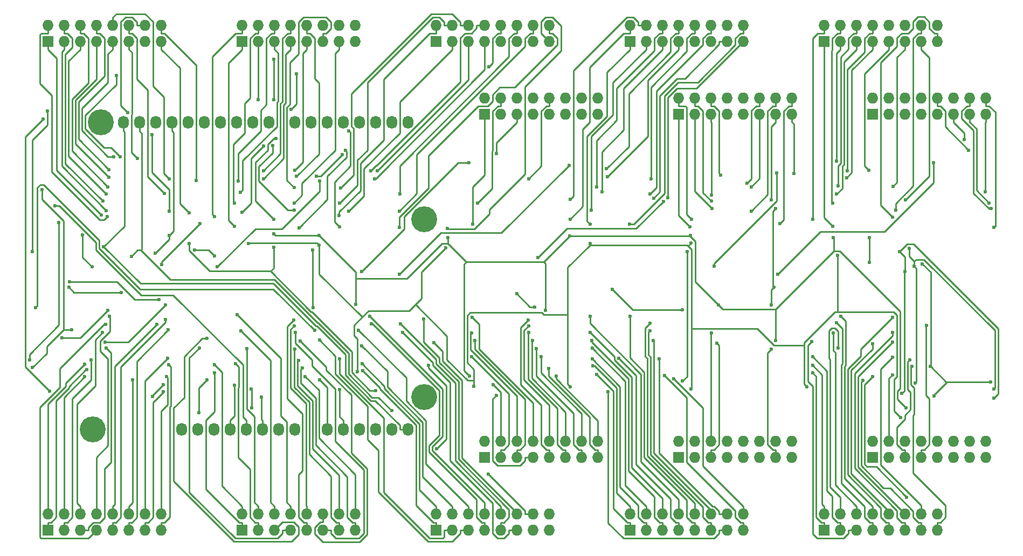
<source format=gbr>
G04 #@! TF.FileFunction,Copper,L2,Bot,Signal*
%FSLAX46Y46*%
G04 Gerber Fmt 4.6, Leading zero omitted, Abs format (unit mm)*
G04 Created by KiCad (PCBNEW 4.0.1-stable) date 2016-06-03 18:52:32*
%MOMM*%
G01*
G04 APERTURE LIST*
%ADD10C,0.100000*%
%ADD11O,1.727200X2.032000*%
%ADD12C,4.064000*%
%ADD13R,1.727200X1.727200*%
%ADD14O,1.727200X1.727200*%
%ADD15C,0.600000*%
%ADD16C,0.254000*%
G04 APERTURE END LIST*
D10*
D11*
X56388000Y-117475000D03*
X58928000Y-117475000D03*
X61468000Y-117475000D03*
X64008000Y-117475000D03*
X66548000Y-117475000D03*
X69088000Y-117475000D03*
X71628000Y-117475000D03*
X74168000Y-117475000D03*
X79248000Y-117475000D03*
X81788000Y-117475000D03*
X84328000Y-117475000D03*
X86868000Y-117475000D03*
X89408000Y-117475000D03*
X91948000Y-117475000D03*
X47244000Y-69215000D03*
X49784000Y-69215000D03*
X52324000Y-69215000D03*
X54864000Y-69215000D03*
X57404000Y-69215000D03*
X59944000Y-69215000D03*
X62484000Y-69215000D03*
X65024000Y-69215000D03*
X67564000Y-69215000D03*
X70104000Y-69215000D03*
X74168000Y-69215000D03*
X76708000Y-69215000D03*
X79248000Y-69215000D03*
X81788000Y-69215000D03*
X84328000Y-69215000D03*
X86868000Y-69215000D03*
X89408000Y-69215000D03*
X91948000Y-69215000D03*
D12*
X42418000Y-117475000D03*
X94488000Y-112395000D03*
X43688000Y-69215000D03*
X94488000Y-84455000D03*
D13*
X35433000Y-56515000D03*
D14*
X35433000Y-53975000D03*
X37973000Y-56515000D03*
X37973000Y-53975000D03*
X40513000Y-56515000D03*
X40513000Y-53975000D03*
X43053000Y-56515000D03*
X43053000Y-53975000D03*
X45593000Y-56515000D03*
X45593000Y-53975000D03*
X48133000Y-56515000D03*
X48133000Y-53975000D03*
X50673000Y-56515000D03*
X50673000Y-53975000D03*
X53213000Y-56515000D03*
X53213000Y-53975000D03*
D13*
X65913000Y-56515000D03*
D14*
X65913000Y-53975000D03*
X68453000Y-56515000D03*
X68453000Y-53975000D03*
X70993000Y-56515000D03*
X70993000Y-53975000D03*
X73533000Y-56515000D03*
X73533000Y-53975000D03*
X76073000Y-56515000D03*
X76073000Y-53975000D03*
X78613000Y-56515000D03*
X78613000Y-53975000D03*
X81153000Y-56515000D03*
X81153000Y-53975000D03*
X83693000Y-56515000D03*
X83693000Y-53975000D03*
D13*
X96393000Y-56515000D03*
D14*
X96393000Y-53975000D03*
X98933000Y-56515000D03*
X98933000Y-53975000D03*
X101473000Y-56515000D03*
X101473000Y-53975000D03*
X104013000Y-56515000D03*
X104013000Y-53975000D03*
X106553000Y-56515000D03*
X106553000Y-53975000D03*
X109093000Y-56515000D03*
X109093000Y-53975000D03*
X111633000Y-56515000D03*
X111633000Y-53975000D03*
X114173000Y-56515000D03*
X114173000Y-53975000D03*
D13*
X104013000Y-67945000D03*
D14*
X104013000Y-65405000D03*
X106553000Y-67945000D03*
X106553000Y-65405000D03*
X109093000Y-67945000D03*
X109093000Y-65405000D03*
X111633000Y-67945000D03*
X111633000Y-65405000D03*
X114173000Y-67945000D03*
X114173000Y-65405000D03*
X116713000Y-67945000D03*
X116713000Y-65405000D03*
X119253000Y-67945000D03*
X119253000Y-65405000D03*
X121793000Y-67945000D03*
X121793000Y-65405000D03*
D13*
X126873000Y-56515000D03*
D14*
X126873000Y-53975000D03*
X129413000Y-56515000D03*
X129413000Y-53975000D03*
X131953000Y-56515000D03*
X131953000Y-53975000D03*
X134493000Y-56515000D03*
X134493000Y-53975000D03*
X137033000Y-56515000D03*
X137033000Y-53975000D03*
X139573000Y-56515000D03*
X139573000Y-53975000D03*
X142113000Y-56515000D03*
X142113000Y-53975000D03*
X144653000Y-56515000D03*
X144653000Y-53975000D03*
D13*
X134493000Y-67945000D03*
D14*
X134493000Y-65405000D03*
X137033000Y-67945000D03*
X137033000Y-65405000D03*
X139573000Y-67945000D03*
X139573000Y-65405000D03*
X142113000Y-67945000D03*
X142113000Y-65405000D03*
X144653000Y-67945000D03*
X144653000Y-65405000D03*
X147193000Y-67945000D03*
X147193000Y-65405000D03*
X149733000Y-67945000D03*
X149733000Y-65405000D03*
X152273000Y-67945000D03*
X152273000Y-65405000D03*
D13*
X157353000Y-56515000D03*
D14*
X157353000Y-53975000D03*
X159893000Y-56515000D03*
X159893000Y-53975000D03*
X162433000Y-56515000D03*
X162433000Y-53975000D03*
X164973000Y-56515000D03*
X164973000Y-53975000D03*
X167513000Y-56515000D03*
X167513000Y-53975000D03*
X170053000Y-56515000D03*
X170053000Y-53975000D03*
X172593000Y-56515000D03*
X172593000Y-53975000D03*
X175133000Y-56515000D03*
X175133000Y-53975000D03*
D13*
X164973000Y-67945000D03*
D14*
X164973000Y-65405000D03*
X167513000Y-67945000D03*
X167513000Y-65405000D03*
X170053000Y-67945000D03*
X170053000Y-65405000D03*
X172593000Y-67945000D03*
X172593000Y-65405000D03*
X175133000Y-67945000D03*
X175133000Y-65405000D03*
X177673000Y-67945000D03*
X177673000Y-65405000D03*
X180213000Y-67945000D03*
X180213000Y-65405000D03*
X182753000Y-67945000D03*
X182753000Y-65405000D03*
D13*
X35433000Y-133350000D03*
D14*
X35433000Y-130810000D03*
X37973000Y-133350000D03*
X37973000Y-130810000D03*
X40513000Y-133350000D03*
X40513000Y-130810000D03*
X43053000Y-133350000D03*
X43053000Y-130810000D03*
X45593000Y-133350000D03*
X45593000Y-130810000D03*
X48133000Y-133350000D03*
X48133000Y-130810000D03*
X50673000Y-133350000D03*
X50673000Y-130810000D03*
X53213000Y-133350000D03*
X53213000Y-130810000D03*
D13*
X65913000Y-133350000D03*
D14*
X65913000Y-130810000D03*
X68453000Y-133350000D03*
X68453000Y-130810000D03*
X70993000Y-133350000D03*
X70993000Y-130810000D03*
X73533000Y-133350000D03*
X73533000Y-130810000D03*
X76073000Y-133350000D03*
X76073000Y-130810000D03*
X78613000Y-133350000D03*
X78613000Y-130810000D03*
X81153000Y-133350000D03*
X81153000Y-130810000D03*
X83693000Y-133350000D03*
X83693000Y-130810000D03*
D13*
X96393000Y-133350000D03*
D14*
X96393000Y-130810000D03*
X98933000Y-133350000D03*
X98933000Y-130810000D03*
X101473000Y-133350000D03*
X101473000Y-130810000D03*
X104013000Y-133350000D03*
X104013000Y-130810000D03*
X106553000Y-133350000D03*
X106553000Y-130810000D03*
X109093000Y-133350000D03*
X109093000Y-130810000D03*
X111633000Y-133350000D03*
X111633000Y-130810000D03*
X114173000Y-133350000D03*
X114173000Y-130810000D03*
D13*
X104013000Y-121920000D03*
D14*
X104013000Y-119380000D03*
X106553000Y-121920000D03*
X106553000Y-119380000D03*
X109093000Y-121920000D03*
X109093000Y-119380000D03*
X111633000Y-121920000D03*
X111633000Y-119380000D03*
X114173000Y-121920000D03*
X114173000Y-119380000D03*
X116713000Y-121920000D03*
X116713000Y-119380000D03*
X119253000Y-121920000D03*
X119253000Y-119380000D03*
X121793000Y-121920000D03*
X121793000Y-119380000D03*
D13*
X126873000Y-133350000D03*
D14*
X126873000Y-130810000D03*
X129413000Y-133350000D03*
X129413000Y-130810000D03*
X131953000Y-133350000D03*
X131953000Y-130810000D03*
X134493000Y-133350000D03*
X134493000Y-130810000D03*
X137033000Y-133350000D03*
X137033000Y-130810000D03*
X139573000Y-133350000D03*
X139573000Y-130810000D03*
X142113000Y-133350000D03*
X142113000Y-130810000D03*
X144653000Y-133350000D03*
X144653000Y-130810000D03*
D13*
X134493000Y-121920000D03*
D14*
X134493000Y-119380000D03*
X137033000Y-121920000D03*
X137033000Y-119380000D03*
X139573000Y-121920000D03*
X139573000Y-119380000D03*
X142113000Y-121920000D03*
X142113000Y-119380000D03*
X144653000Y-121920000D03*
X144653000Y-119380000D03*
X147193000Y-121920000D03*
X147193000Y-119380000D03*
X149733000Y-121920000D03*
X149733000Y-119380000D03*
X152273000Y-121920000D03*
X152273000Y-119380000D03*
D13*
X157353000Y-133350000D03*
D14*
X157353000Y-130810000D03*
X159893000Y-133350000D03*
X159893000Y-130810000D03*
X162433000Y-133350000D03*
X162433000Y-130810000D03*
X164973000Y-133350000D03*
X164973000Y-130810000D03*
X167513000Y-133350000D03*
X167513000Y-130810000D03*
X170053000Y-133350000D03*
X170053000Y-130810000D03*
X172593000Y-133350000D03*
X172593000Y-130810000D03*
X175133000Y-133350000D03*
X175133000Y-130810000D03*
D13*
X164973000Y-121920000D03*
D14*
X164973000Y-119380000D03*
X167513000Y-121920000D03*
X167513000Y-119380000D03*
X170053000Y-121920000D03*
X170053000Y-119380000D03*
X172593000Y-121920000D03*
X172593000Y-119380000D03*
X175133000Y-121920000D03*
X175133000Y-119380000D03*
X177673000Y-121920000D03*
X177673000Y-119380000D03*
X180213000Y-121920000D03*
X180213000Y-119380000D03*
X182753000Y-121920000D03*
X182753000Y-119380000D03*
D15*
X174057000Y-107596800D03*
X68974900Y-112385200D03*
X164485200Y-91253400D03*
X164485200Y-87367300D03*
X183492000Y-110070900D03*
X53526900Y-110443600D03*
X51843500Y-112340900D03*
X76967600Y-89269100D03*
X77051400Y-98310900D03*
X54453200Y-86995000D03*
X52249400Y-89804500D03*
X135792300Y-89537600D03*
X135073700Y-109869400D03*
X174580700Y-112209000D03*
X172753700Y-91462300D03*
X77973900Y-86995000D03*
X117417800Y-87070200D03*
X158811300Y-87307800D03*
X98221900Y-87339800D03*
X136307300Y-86995000D03*
X140774600Y-97910800D03*
X170245300Y-114101400D03*
X70867200Y-86734600D03*
X78065700Y-109727200D03*
X83763400Y-97803300D03*
X101608600Y-109090800D03*
X113580100Y-98785300D03*
X149759900Y-103556100D03*
X60426800Y-109735700D03*
X59162500Y-114867700D03*
X120557600Y-88265000D03*
X67451300Y-114110900D03*
X67369600Y-111125000D03*
X78029300Y-88491600D03*
X169357500Y-115618200D03*
X83975900Y-108386100D03*
X97924600Y-88940500D03*
X154659100Y-110801900D03*
X66945100Y-88263000D03*
X81229700Y-111227600D03*
X102283800Y-110686500D03*
X117442900Y-110793800D03*
X136468000Y-111125000D03*
X136445100Y-88211300D03*
X159471100Y-90180300D03*
X171441300Y-91868000D03*
X183991800Y-111125000D03*
X86887600Y-111364100D03*
X170719700Y-89030900D03*
X171670000Y-110164300D03*
X57576000Y-88265000D03*
X70867200Y-88842900D03*
X169215300Y-89535000D03*
X169554300Y-111848800D03*
X170078600Y-92673300D03*
X183989300Y-112572400D03*
X61602800Y-90216400D03*
X58480000Y-89263300D03*
X35690300Y-111506500D03*
X34654600Y-68690800D03*
X35341600Y-67488800D03*
X32958100Y-89518600D03*
X36488200Y-82310000D03*
X149036500Y-97916600D03*
X149735100Y-82753400D03*
X149467300Y-95096000D03*
X64703000Y-110561100D03*
X43804900Y-83794400D03*
X44722600Y-84042100D03*
X44553700Y-83098500D03*
X44021100Y-81584600D03*
X44568700Y-80481200D03*
X44839000Y-79368800D03*
X44981900Y-77882100D03*
X45021700Y-76647100D03*
X45711400Y-74626500D03*
X54431700Y-78105000D03*
X49469600Y-74894100D03*
X53677900Y-80392600D03*
X46155100Y-61840500D03*
X46739500Y-74669400D03*
X47926900Y-67662800D03*
X51722600Y-71157400D03*
X54433400Y-83185000D03*
X57630000Y-83450700D03*
X58698900Y-78342100D03*
X64672800Y-85575400D03*
X61554200Y-84011600D03*
X68453000Y-65691100D03*
X69264500Y-72950400D03*
X65898200Y-83337300D03*
X64682300Y-81915000D03*
X65651700Y-80211500D03*
X65302200Y-78469000D03*
X69246700Y-78105000D03*
X69246700Y-76835000D03*
X74223200Y-76732800D03*
X74436700Y-77731800D03*
X74077700Y-79483900D03*
X81629200Y-74335400D03*
X77562400Y-77678500D03*
X74078500Y-81915000D03*
X70856600Y-59312500D03*
X70858400Y-65643500D03*
X70695300Y-72872500D03*
X74087400Y-82996900D03*
X74457300Y-61567600D03*
X73598800Y-67205400D03*
X71250400Y-71736400D03*
X70934600Y-84455000D03*
X82180800Y-73654100D03*
X74870200Y-85790600D03*
X82694100Y-70544500D03*
X81191100Y-85659900D03*
X81160300Y-83894500D03*
X82634200Y-83185000D03*
X81209600Y-81915000D03*
X87186400Y-76827100D03*
X81403400Y-79525500D03*
X86747500Y-78105000D03*
X86134500Y-76866500D03*
X104714500Y-60529100D03*
X90665800Y-80511700D03*
X90589300Y-83185000D03*
X98163100Y-85904600D03*
X90589300Y-85761000D03*
X174565600Y-75565000D03*
X150043600Y-93140400D03*
X149869900Y-77210400D03*
X140103800Y-91850900D03*
X132094200Y-81650800D03*
X112404200Y-90456600D03*
X117269500Y-75997200D03*
X90657500Y-93126300D03*
X84735500Y-92652500D03*
X101510900Y-75565000D03*
X78071900Y-78480800D03*
X62040900Y-91912100D03*
X59270800Y-85129100D03*
X53272300Y-91590800D03*
X40855300Y-86929600D03*
X42323700Y-91950600D03*
X52819800Y-97064700D03*
X38803300Y-94259800D03*
X135104000Y-98649500D03*
X124092800Y-95486600D03*
X46940700Y-95955200D03*
X38714800Y-95157600D03*
X111863500Y-98304600D03*
X109038900Y-96190400D03*
X96503500Y-120515200D03*
X95218600Y-107387100D03*
X77298200Y-101916200D03*
X33464600Y-98344300D03*
X53916700Y-97941100D03*
X44386100Y-103807300D03*
X44847300Y-98780800D03*
X37604600Y-103090500D03*
X102163400Y-85250900D03*
X102918500Y-81915000D03*
X105852900Y-74111600D03*
X110905900Y-78105000D03*
X120553000Y-85213000D03*
X117427100Y-84455000D03*
X120787300Y-83012600D03*
X117471100Y-81330100D03*
X122438100Y-80143900D03*
X121611000Y-79375000D03*
X123306200Y-77768000D03*
X123124200Y-76530000D03*
X130156500Y-78105000D03*
X130029200Y-80454900D03*
X130553700Y-81150400D03*
X132775500Y-81101800D03*
X126813500Y-85244700D03*
X136272300Y-85691700D03*
X136481300Y-84455000D03*
X139706500Y-82749400D03*
X139609300Y-81619600D03*
X139605700Y-80645000D03*
X141084600Y-77516600D03*
X145885200Y-79375000D03*
X145203800Y-78820900D03*
X149048300Y-81461300D03*
X145882700Y-83185000D03*
X152557100Y-77276400D03*
X150389700Y-85185400D03*
X158662800Y-85541500D03*
X155537000Y-84455000D03*
X159281800Y-75360200D03*
X158664700Y-81915000D03*
X159311300Y-80523900D03*
X159500500Y-79197500D03*
X160878300Y-77920500D03*
X160982500Y-76835000D03*
X164350600Y-76739800D03*
X168155900Y-79304200D03*
X170120100Y-81422900D03*
X168608200Y-83042200D03*
X168090000Y-84160000D03*
X180051100Y-73606900D03*
X179365800Y-71922900D03*
X183282200Y-81915000D03*
X183545200Y-82813200D03*
X182683300Y-80108300D03*
X183990500Y-85778200D03*
X48506900Y-90281400D03*
X89408000Y-114549400D03*
X44182100Y-88803800D03*
X41497500Y-108100000D03*
X41177800Y-107214400D03*
X42196100Y-106591900D03*
X41214000Y-109224700D03*
X44523600Y-104675900D03*
X44002800Y-102289700D03*
X44490900Y-100992300D03*
X45045200Y-99695000D03*
X53842100Y-100241200D03*
X52502000Y-100965000D03*
X54296900Y-101863800D03*
X48672300Y-109689700D03*
X53526900Y-111568900D03*
X54210500Y-106322300D03*
X54424000Y-107315000D03*
X54035200Y-109219800D03*
X61554200Y-108632800D03*
X61553500Y-107315000D03*
X64885300Y-107197900D03*
X66676200Y-104774500D03*
X60382600Y-103195000D03*
X65702000Y-102018600D03*
X59207100Y-104673600D03*
X65111900Y-99490200D03*
X74029200Y-100283600D03*
X74103800Y-101194400D03*
X74287300Y-102239000D03*
X75049000Y-103603200D03*
X74238700Y-104914000D03*
X74808000Y-106672100D03*
X75341200Y-107795000D03*
X75806600Y-109148900D03*
X84834000Y-108248900D03*
X84745000Y-107196500D03*
X81209000Y-106358300D03*
X84703300Y-104341000D03*
X78070500Y-103473700D03*
X84200700Y-101907000D03*
X86180500Y-100878500D03*
X85961200Y-99695000D03*
X94455300Y-100152400D03*
X90807900Y-100878500D03*
X91140800Y-102235000D03*
X96069600Y-103829000D03*
X104618900Y-124516200D03*
X101948600Y-106045000D03*
X105386500Y-110467900D03*
X102488100Y-103554700D03*
X101936500Y-102294900D03*
X105853300Y-112133600D03*
X102029200Y-99870600D03*
X110861400Y-100282600D03*
X110912200Y-101198100D03*
X110920900Y-102235000D03*
X111559400Y-103555300D03*
X112117700Y-104775000D03*
X112881000Y-106045000D03*
X114115000Y-107878100D03*
X115239600Y-109081200D03*
X121621900Y-108827900D03*
X120992100Y-107495100D03*
X120916900Y-106407400D03*
X120890400Y-104724400D03*
X120868200Y-103505000D03*
X120613400Y-102235000D03*
X125090700Y-106276400D03*
X120560700Y-99695000D03*
X126839000Y-99695000D03*
X129965800Y-100825900D03*
X129955100Y-101986200D03*
X130478300Y-103555300D03*
X123416000Y-111589600D03*
X131433500Y-106386100D03*
X132289800Y-109058900D03*
X133756600Y-109534100D03*
X140517800Y-103958400D03*
X139607000Y-102319700D03*
X149013400Y-104889700D03*
X155527100Y-108585000D03*
X155541800Y-107435800D03*
X155530600Y-106045000D03*
X159525700Y-104714500D03*
X155382000Y-103710700D03*
X158799500Y-102317300D03*
X159286800Y-100752400D03*
X159942300Y-99695000D03*
X168057100Y-99872800D03*
X164932100Y-104029000D03*
X168064800Y-102263200D03*
X168068000Y-103736000D03*
X163467500Y-109755900D03*
X168067900Y-106140900D03*
X171174100Y-107603200D03*
X170323200Y-128139100D03*
X164973900Y-109173000D03*
X168074700Y-108911900D03*
X170760000Y-106551500D03*
X173392100Y-101140000D03*
X32520400Y-106532000D03*
X37147000Y-84981900D03*
X39186900Y-101858800D03*
X32967200Y-107780800D03*
X34446600Y-79771100D03*
D16*
X69088000Y-117475000D02*
X69088000Y-116077700D01*
X68974900Y-115964600D02*
X68974900Y-112385200D01*
X69088000Y-116077700D02*
X68974900Y-115964600D01*
X164485200Y-91253400D02*
X164485200Y-87367300D01*
X54864000Y-69215000D02*
X54864000Y-70612300D01*
X55114800Y-86333400D02*
X54453200Y-86995000D01*
X55114800Y-70863100D02*
X55114800Y-86333400D01*
X54864000Y-70612300D02*
X55114800Y-70863100D01*
X54453200Y-87600700D02*
X52249400Y-89804500D01*
X54453200Y-86995000D02*
X54453200Y-87600700D01*
X76967600Y-98227100D02*
X77051400Y-98310900D01*
X76967600Y-89269100D02*
X76967600Y-98227100D01*
X135792300Y-109150800D02*
X135792300Y-89537600D01*
X135073700Y-109869400D02*
X135792300Y-109150800D01*
X174098600Y-92807200D02*
X172753700Y-91462300D01*
X174098600Y-107596800D02*
X174098600Y-92807200D01*
X174098600Y-107596800D02*
X174057000Y-107596800D01*
X176594300Y-110092500D02*
X174098600Y-107596800D01*
X176615900Y-110070900D02*
X176594300Y-110092500D01*
X183492000Y-110070900D02*
X176615900Y-110070900D01*
X174580700Y-112106100D02*
X174580700Y-112209000D01*
X176594300Y-110092500D02*
X174580700Y-112106100D01*
X51843500Y-112127000D02*
X51843500Y-112340900D01*
X53526900Y-110443600D02*
X51843500Y-112127000D01*
X71127600Y-86995000D02*
X70867200Y-86734600D01*
X77973900Y-86995000D02*
X71127600Y-86995000D01*
X79248000Y-110909500D02*
X78065700Y-109727200D01*
X79248000Y-117475000D02*
X79248000Y-110909500D01*
X83763400Y-92784500D02*
X77973900Y-86995000D01*
X83763400Y-93809400D02*
X83763400Y-92784500D01*
X83763400Y-97803300D02*
X83763400Y-93809400D01*
X97334400Y-88257000D02*
X98221900Y-88257000D01*
X91782000Y-93809400D02*
X97334400Y-88257000D01*
X83763400Y-93809400D02*
X91782000Y-93809400D01*
X98221900Y-88257000D02*
X98221900Y-87339800D01*
X100742300Y-108224500D02*
X101608600Y-109090800D01*
X100742300Y-91565200D02*
X100742300Y-108224500D01*
X101136200Y-91171300D02*
X100742300Y-91565200D01*
X98221900Y-88257000D02*
X101136200Y-91171300D01*
X113580100Y-91434700D02*
X113316700Y-91171300D01*
X113580100Y-98785300D02*
X113580100Y-91434700D01*
X101136200Y-91171300D02*
X113316700Y-91171300D01*
X113316700Y-91171300D02*
X117417800Y-87070200D01*
X137126400Y-87929100D02*
X136249800Y-87052500D01*
X137126400Y-94262600D02*
X137126400Y-87929100D01*
X140774600Y-97910800D02*
X137126400Y-94262600D01*
X136232100Y-87070200D02*
X136249800Y-87052500D01*
X117417800Y-87070200D02*
X136232100Y-87070200D01*
X136249800Y-87052500D02*
X136307300Y-86995000D01*
X149759900Y-98599900D02*
X149759900Y-103556100D01*
X141463700Y-98599900D02*
X149759900Y-98599900D01*
X140774600Y-97910800D02*
X141463700Y-98599900D01*
X158896000Y-87392500D02*
X158811300Y-87307800D01*
X158896000Y-89463800D02*
X158896000Y-87392500D01*
X159790200Y-89463800D02*
X158896000Y-89463800D01*
X169269800Y-98943400D02*
X159790200Y-89463800D01*
X169269800Y-111043200D02*
X169269800Y-98943400D01*
X168873000Y-111440000D02*
X169269800Y-111043200D01*
X168873000Y-112729100D02*
X168873000Y-111440000D01*
X170245300Y-114101400D02*
X168873000Y-112729100D01*
X158896000Y-89463800D02*
X149759900Y-98599900D01*
X59162500Y-111000000D02*
X59162500Y-114867700D01*
X60426800Y-109735700D02*
X59162500Y-111000000D01*
X67451300Y-111206700D02*
X67369600Y-111125000D01*
X67451300Y-114110900D02*
X67451300Y-111206700D01*
X120557600Y-88265000D02*
X120557600Y-88543800D01*
X67057200Y-88150900D02*
X66945100Y-88263000D01*
X77688600Y-88150900D02*
X67057200Y-88150900D01*
X78029300Y-88491600D02*
X77688600Y-88150900D01*
X78029300Y-93063300D02*
X78029300Y-88491600D01*
X84784700Y-99818600D02*
X78029300Y-93063300D01*
X83470900Y-101132400D02*
X84784700Y-99818600D01*
X83470900Y-102727100D02*
X83470900Y-101132400D01*
X83975900Y-103232100D02*
X83470900Y-102727100D01*
X83975900Y-108386100D02*
X83975900Y-103232100D01*
X81229700Y-115519400D02*
X81229700Y-111227600D01*
X81788000Y-116077700D02*
X81229700Y-115519400D01*
X81788000Y-117475000D02*
X81788000Y-116077700D01*
X94132400Y-96871600D02*
X93149400Y-97854600D01*
X94132400Y-92732700D02*
X94132400Y-96871600D01*
X97924600Y-88940500D02*
X94132400Y-92732700D01*
X85765600Y-98837700D02*
X84784700Y-99818600D01*
X92166300Y-98837700D02*
X85765600Y-98837700D01*
X93149400Y-97854600D02*
X92166300Y-98837700D01*
X102283800Y-109803000D02*
X102283800Y-110686500D01*
X101345200Y-109803000D02*
X102283800Y-109803000D01*
X98112800Y-106570600D02*
X101345200Y-109803000D01*
X98112800Y-102818100D02*
X98112800Y-106570600D01*
X93149400Y-97854600D02*
X98112800Y-102818100D01*
X117060400Y-92041000D02*
X117060400Y-99466600D01*
X120557600Y-88543800D02*
X117060400Y-92041000D01*
X102301700Y-109785100D02*
X102283800Y-109803000D01*
X102301700Y-108058700D02*
X102301700Y-109785100D01*
X101254900Y-107011900D02*
X102301700Y-108058700D01*
X101254900Y-99623600D02*
X101254900Y-107011900D01*
X101732800Y-99145700D02*
X101254900Y-99623600D01*
X112977100Y-99145700D02*
X101732800Y-99145700D01*
X113298000Y-99466600D02*
X112977100Y-99145700D01*
X117060400Y-99466600D02*
X113298000Y-99466600D01*
X117060400Y-110411300D02*
X117442900Y-110793800D01*
X117060400Y-99466600D02*
X117060400Y-110411300D01*
X135974500Y-88681900D02*
X136445100Y-88211300D01*
X135836400Y-88543800D02*
X135974500Y-88681900D01*
X120557600Y-88543800D02*
X135836400Y-88543800D01*
X136538900Y-89246300D02*
X136538900Y-101627400D01*
X135974500Y-88681900D02*
X136538900Y-89246300D01*
X136538900Y-111054100D02*
X136468000Y-111125000D01*
X136538900Y-101627400D02*
X136538900Y-111054100D01*
X149487100Y-104269900D02*
X154228200Y-104269900D01*
X146844600Y-101627400D02*
X149487100Y-104269900D01*
X136538900Y-101627400D02*
X146844600Y-101627400D01*
X154228200Y-110371000D02*
X154228200Y-104269900D01*
X154659100Y-110801900D02*
X154228200Y-110371000D01*
X159471100Y-99013600D02*
X159471100Y-90180300D01*
X159040900Y-99013600D02*
X159471100Y-99013600D01*
X154228200Y-103826300D02*
X159040900Y-99013600D01*
X154228200Y-104269900D02*
X154228200Y-103826300D01*
X168364700Y-114625400D02*
X169357500Y-115618200D01*
X168364700Y-109585500D02*
X168364700Y-114625400D01*
X168756100Y-109194100D02*
X168364700Y-109585500D01*
X168756100Y-99540700D02*
X168756100Y-109194100D01*
X168229000Y-99013600D02*
X168756100Y-99540700D01*
X159471100Y-99013600D02*
X168229000Y-99013600D01*
X170719700Y-90320400D02*
X170719700Y-89030900D01*
X171509400Y-91110100D02*
X170719700Y-90320400D01*
X171441300Y-91178200D02*
X171509400Y-91110100D01*
X171441300Y-91868000D02*
X171441300Y-91178200D01*
X171856400Y-109977900D02*
X171670000Y-110164300D01*
X171856400Y-92283100D02*
X171856400Y-109977900D01*
X171441300Y-91868000D02*
X171856400Y-92283100D01*
X70867200Y-92149300D02*
X70387500Y-92629000D01*
X70867200Y-88842900D02*
X70867200Y-92149300D01*
X57576000Y-89380700D02*
X57576000Y-88265000D01*
X60824300Y-92629000D02*
X57576000Y-89380700D01*
X70387500Y-92629000D02*
X60824300Y-92629000D01*
X85974500Y-111364100D02*
X86887600Y-111364100D01*
X83148100Y-108537700D02*
X85974500Y-111364100D01*
X83148100Y-105263500D02*
X83148100Y-108537700D01*
X76876800Y-98992200D02*
X83148100Y-105263500D01*
X76750700Y-98992200D02*
X76876800Y-98992200D01*
X70387500Y-92629000D02*
X76750700Y-98992200D01*
X171838500Y-90781000D02*
X171509400Y-91110100D01*
X173035900Y-90781000D02*
X171838500Y-90781000D01*
X184173400Y-101918500D02*
X173035900Y-90781000D01*
X184173400Y-110943400D02*
X184173400Y-101918500D01*
X183991800Y-111125000D02*
X184173400Y-110943400D01*
X170078600Y-90398300D02*
X169215300Y-89535000D01*
X170078600Y-92673300D02*
X170078600Y-90398300D01*
X184681800Y-111879900D02*
X183989300Y-112572400D01*
X184681800Y-101670300D02*
X184681800Y-111879900D01*
X171355900Y-88344400D02*
X184681800Y-101670300D01*
X170405900Y-88344400D02*
X171355900Y-88344400D01*
X169215300Y-89535000D02*
X170405900Y-88344400D01*
X169928900Y-111474200D02*
X169554300Y-111848800D01*
X169928900Y-92823000D02*
X169928900Y-111474200D01*
X170078600Y-92673300D02*
X169928900Y-92823000D01*
X60649700Y-89263300D02*
X58480000Y-89263300D01*
X61602800Y-90216400D02*
X60649700Y-89263300D01*
X31839100Y-71506300D02*
X34654600Y-68690800D01*
X31839100Y-107655300D02*
X31839100Y-71506300D01*
X35690300Y-111506500D02*
X31839100Y-107655300D01*
X32958100Y-72008700D02*
X32958100Y-89518600D01*
X35341600Y-69625200D02*
X32958100Y-72008700D01*
X35341600Y-67488800D02*
X35341600Y-69625200D01*
X66548000Y-117475000D02*
X66548000Y-116077700D01*
X37199700Y-82310000D02*
X36488200Y-82310000D01*
X42970600Y-88080900D02*
X37199700Y-82310000D01*
X42970600Y-89274700D02*
X42970600Y-88080900D01*
X50079300Y-96383400D02*
X42970600Y-89274700D01*
X55097400Y-96383400D02*
X50079300Y-96383400D01*
X66032300Y-107318300D02*
X55097400Y-96383400D01*
X66032300Y-115562000D02*
X66032300Y-107318300D01*
X66548000Y-116077700D02*
X66032300Y-115562000D01*
X149036500Y-95526800D02*
X149467300Y-95096000D01*
X149036500Y-97916600D02*
X149036500Y-95526800D01*
X149271200Y-83217300D02*
X149735100Y-82753400D01*
X149271200Y-94899900D02*
X149271200Y-83217300D01*
X149467300Y-95096000D02*
X149271200Y-94899900D01*
X64703000Y-115382700D02*
X64703000Y-110561100D01*
X64008000Y-116077700D02*
X64703000Y-115382700D01*
X64008000Y-117475000D02*
X64008000Y-116077700D01*
X35433000Y-56515000D02*
X35433000Y-57759900D01*
X36806900Y-59133800D02*
X35433000Y-57759900D01*
X36806900Y-76796400D02*
X36806900Y-59133800D01*
X43804900Y-83794400D02*
X36806900Y-76796400D01*
X44252700Y-84512000D02*
X44722600Y-84042100D01*
X43559100Y-84512000D02*
X44252700Y-84512000D01*
X36050300Y-77003200D02*
X43559100Y-84512000D01*
X36050300Y-65010300D02*
X36050300Y-77003200D01*
X34188000Y-63148000D02*
X36050300Y-65010300D01*
X34188000Y-55453400D02*
X34188000Y-63148000D01*
X34421500Y-55219900D02*
X34188000Y-55453400D01*
X35433000Y-55219900D02*
X34421500Y-55219900D01*
X35433000Y-53975000D02*
X35433000Y-55219900D01*
X37973000Y-56515000D02*
X37973000Y-57759900D01*
X37580300Y-58152600D02*
X37973000Y-57759900D01*
X37580300Y-76125100D02*
X37580300Y-58152600D01*
X44553700Y-83098500D02*
X37580300Y-76125100D01*
X37973000Y-53975000D02*
X37973000Y-55219900D01*
X38163600Y-75727100D02*
X44021100Y-81584600D01*
X38163600Y-58564100D02*
X38163600Y-75727100D01*
X39243000Y-57484700D02*
X38163600Y-58564100D01*
X39243000Y-56023100D02*
X39243000Y-57484700D01*
X38439800Y-55219900D02*
X39243000Y-56023100D01*
X37973000Y-55219900D02*
X38439800Y-55219900D01*
X40513000Y-56515000D02*
X40513000Y-57759900D01*
X38671900Y-74584400D02*
X44568700Y-80481200D01*
X38671900Y-59601000D02*
X38671900Y-74584400D01*
X40513000Y-57759900D02*
X38671900Y-59601000D01*
X40513000Y-53975000D02*
X40513000Y-55219900D01*
X39220800Y-73750600D02*
X44839000Y-79368800D01*
X39220800Y-65575900D02*
X39220800Y-73750600D01*
X41783000Y-63013700D02*
X39220800Y-65575900D01*
X41783000Y-56023100D02*
X41783000Y-63013700D01*
X40979800Y-55219900D02*
X41783000Y-56023100D01*
X40513000Y-55219900D02*
X40979800Y-55219900D01*
X39729100Y-72629300D02*
X44981900Y-77882100D01*
X39729100Y-65786400D02*
X39729100Y-72629300D01*
X43053000Y-62462500D02*
X39729100Y-65786400D01*
X43053000Y-56515000D02*
X43053000Y-62462500D01*
X40237400Y-71862800D02*
X45021700Y-76647100D01*
X40237400Y-65997100D02*
X40237400Y-71862800D01*
X44323000Y-61911500D02*
X40237400Y-65997100D01*
X44323000Y-56023100D02*
X44323000Y-61911500D01*
X43519800Y-55219900D02*
X44323000Y-56023100D01*
X43053000Y-55219900D02*
X43519800Y-55219900D01*
X43053000Y-53975000D02*
X43053000Y-55219900D01*
X45593000Y-56515000D02*
X45593000Y-57759900D01*
X44858900Y-74626500D02*
X45711400Y-74626500D01*
X40745700Y-70513300D02*
X44858900Y-74626500D01*
X40745700Y-67057000D02*
X40745700Y-70513300D01*
X44848300Y-62954400D02*
X40745700Y-67057000D01*
X44848300Y-58504600D02*
X44848300Y-62954400D01*
X45593000Y-57759900D02*
X44848300Y-58504600D01*
X45593000Y-53975000D02*
X45593000Y-52730100D01*
X53619000Y-77292300D02*
X54431700Y-78105000D01*
X53619000Y-65213400D02*
X53619000Y-77292300D01*
X51943000Y-63537400D02*
X53619000Y-65213400D01*
X51943000Y-53422700D02*
X51943000Y-63537400D01*
X50701100Y-52180800D02*
X51943000Y-53422700D01*
X46142300Y-52180800D02*
X50701100Y-52180800D01*
X45593000Y-52730100D02*
X46142300Y-52180800D01*
X48133000Y-56515000D02*
X48133000Y-57759900D01*
X48608200Y-58235100D02*
X48133000Y-57759900D01*
X48608200Y-67945000D02*
X48608200Y-58235100D01*
X48522900Y-68030300D02*
X48608200Y-67945000D01*
X48522900Y-73947400D02*
X48522900Y-68030300D01*
X49469600Y-74894100D02*
X48522900Y-73947400D01*
X48133000Y-53975000D02*
X48133000Y-55219900D01*
X51041300Y-77756000D02*
X53677900Y-80392600D01*
X51041300Y-64155100D02*
X51041300Y-77756000D01*
X49377900Y-62491700D02*
X51041300Y-64155100D01*
X49377900Y-55997900D02*
X49377900Y-62491700D01*
X48599900Y-55219900D02*
X49377900Y-55997900D01*
X48133000Y-55219900D02*
X48599900Y-55219900D01*
X46155100Y-63266600D02*
X46155100Y-61840500D01*
X41254100Y-68167600D02*
X46155100Y-63266600D01*
X41254100Y-70230900D02*
X41254100Y-68167600D01*
X44259600Y-73236400D02*
X41254100Y-70230900D01*
X45306500Y-73236400D02*
X44259600Y-73236400D01*
X46739500Y-74669400D02*
X45306500Y-73236400D01*
X50673000Y-53975000D02*
X49428100Y-53975000D01*
X46863000Y-66598900D02*
X47926900Y-67662800D01*
X46863000Y-53431100D02*
X46863000Y-66598900D01*
X47579900Y-52714200D02*
X46863000Y-53431100D01*
X48634100Y-52714200D02*
X47579900Y-52714200D01*
X49428100Y-53508200D02*
X48634100Y-52714200D01*
X49428100Y-53975000D02*
X49428100Y-53508200D01*
X51722600Y-77120700D02*
X51722600Y-71157400D01*
X54433400Y-79831500D02*
X51722600Y-77120700D01*
X54433400Y-83185000D02*
X54433400Y-79831500D01*
X56159000Y-81979700D02*
X57630000Y-83450700D01*
X56159000Y-60705900D02*
X56159000Y-81979700D01*
X53213000Y-57759900D02*
X56159000Y-60705900D01*
X53213000Y-56515000D02*
X53213000Y-57759900D01*
X58698900Y-60239000D02*
X58698900Y-78342100D01*
X53679800Y-55219900D02*
X58698900Y-60239000D01*
X53213000Y-55219900D02*
X53679800Y-55219900D01*
X53213000Y-53975000D02*
X53213000Y-55219900D01*
X63754000Y-84656600D02*
X64672800Y-85575400D01*
X63754000Y-59918900D02*
X63754000Y-84656600D01*
X65913000Y-57759900D02*
X63754000Y-59918900D01*
X65913000Y-56515000D02*
X65913000Y-57759900D01*
X61214000Y-83671400D02*
X61554200Y-84011600D01*
X61214000Y-58907400D02*
X61214000Y-83671400D01*
X64901500Y-55219900D02*
X61214000Y-58907400D01*
X65913000Y-55219900D02*
X64901500Y-55219900D01*
X65913000Y-53975000D02*
X65913000Y-55219900D01*
X68453000Y-56515000D02*
X68453000Y-65691100D01*
X67347400Y-74867500D02*
X69264500Y-72950400D01*
X67347400Y-81888100D02*
X67347400Y-74867500D01*
X65898200Y-83337300D02*
X67347400Y-81888100D01*
X68453000Y-53975000D02*
X68453000Y-55219900D01*
X64580600Y-81813300D02*
X64682300Y-81915000D01*
X64580600Y-72676300D02*
X64580600Y-81813300D01*
X66294000Y-70962900D02*
X64580600Y-72676300D01*
X66294000Y-66295400D02*
X66294000Y-70962900D01*
X67208100Y-65381300D02*
X66294000Y-66295400D01*
X67208100Y-55997900D02*
X67208100Y-65381300D01*
X67986100Y-55219900D02*
X67208100Y-55997900D01*
X68453000Y-55219900D02*
X67986100Y-55219900D01*
X70993000Y-56515000D02*
X70993000Y-57759900D01*
X71556400Y-58323300D02*
X70993000Y-57759900D01*
X71556400Y-65909000D02*
X71556400Y-58323300D01*
X71368500Y-66096900D02*
X71556400Y-65909000D01*
X71368500Y-69882400D02*
X71368500Y-66096900D01*
X66023800Y-75227100D02*
X71368500Y-69882400D01*
X66023800Y-79839400D02*
X66023800Y-75227100D01*
X65651700Y-80211500D02*
X66023800Y-79839400D01*
X65302200Y-74144200D02*
X65302200Y-78469000D01*
X68834000Y-70612400D02*
X65302200Y-74144200D01*
X68834000Y-67349800D02*
X68834000Y-70612400D01*
X69748100Y-66435700D02*
X68834000Y-67349800D01*
X69748100Y-55997900D02*
X69748100Y-66435700D01*
X70526100Y-55219900D02*
X69748100Y-55997900D01*
X70993000Y-55219900D02*
X70526100Y-55219900D01*
X70993000Y-53975000D02*
X70993000Y-55219900D01*
X73533000Y-56515000D02*
X73533000Y-57759900D01*
X72762200Y-58530700D02*
X73533000Y-57759900D01*
X72762200Y-66140800D02*
X72762200Y-58530700D01*
X72385200Y-66517800D02*
X72762200Y-66140800D01*
X72385200Y-71188900D02*
X72385200Y-66517800D01*
X72440000Y-71243700D02*
X72385200Y-71188900D01*
X72440000Y-74911700D02*
X72440000Y-71243700D01*
X69246700Y-78105000D02*
X72440000Y-74911700D01*
X73533000Y-53975000D02*
X73533000Y-55219900D01*
X73066100Y-55219900D02*
X73533000Y-55219900D01*
X72253900Y-56032100D02*
X73066100Y-55219900D01*
X72253900Y-65930300D02*
X72253900Y-56032100D01*
X71876900Y-66307300D02*
X72253900Y-65930300D01*
X71876900Y-71399400D02*
X71876900Y-66307300D01*
X71931700Y-71454200D02*
X71876900Y-71399400D01*
X71931700Y-74150000D02*
X71931700Y-71454200D01*
X69246700Y-76835000D02*
X71931700Y-74150000D01*
X75438000Y-75518000D02*
X74223200Y-76732800D01*
X75438000Y-58394900D02*
X75438000Y-75518000D01*
X76073000Y-57759900D02*
X75438000Y-58394900D01*
X76073000Y-56515000D02*
X76073000Y-57759900D01*
X77978000Y-74190500D02*
X74436700Y-77731800D01*
X77978000Y-63041000D02*
X77978000Y-74190500D01*
X77317900Y-62380900D02*
X77978000Y-63041000D01*
X77317900Y-55997900D02*
X77317900Y-62380900D01*
X76539900Y-55219900D02*
X77317900Y-55997900D01*
X76073000Y-55219900D02*
X76539900Y-55219900D01*
X76073000Y-53975000D02*
X76073000Y-55219900D01*
X78613000Y-56515000D02*
X78613000Y-55270100D01*
X79079800Y-55270100D02*
X78613000Y-55270100D01*
X79883000Y-54466900D02*
X79079800Y-55270100D01*
X79883000Y-53482400D02*
X79883000Y-54466900D01*
X79103600Y-52703000D02*
X79883000Y-53482400D01*
X75553500Y-52703000D02*
X79103600Y-52703000D01*
X74803000Y-53453500D02*
X75553500Y-52703000D01*
X74803000Y-58464600D02*
X74803000Y-53453500D01*
X73476500Y-59791100D02*
X74803000Y-58464600D01*
X73476500Y-66364400D02*
X73476500Y-59791100D01*
X72893600Y-66947300D02*
X73476500Y-66364400D01*
X72893600Y-70978500D02*
X72893600Y-66947300D01*
X72948300Y-71033200D02*
X72893600Y-70978500D01*
X72948300Y-78354500D02*
X72948300Y-71033200D01*
X74077700Y-79483900D02*
X72948300Y-78354500D01*
X78286100Y-77678500D02*
X81629200Y-74335400D01*
X77562400Y-77678500D02*
X78286100Y-77678500D01*
X81153000Y-56515000D02*
X81153000Y-57759900D01*
X75333000Y-80660500D02*
X74078500Y-81915000D01*
X75333000Y-78798900D02*
X75333000Y-80660500D01*
X80518100Y-73613800D02*
X75333000Y-78798900D01*
X80518100Y-58394800D02*
X80518100Y-73613800D01*
X81153000Y-57759900D02*
X80518100Y-58394800D01*
X70695300Y-74065500D02*
X70695300Y-72872500D01*
X68565300Y-76195500D02*
X70695300Y-74065500D01*
X68565300Y-78473000D02*
X68565300Y-76195500D01*
X73089200Y-82996900D02*
X68565300Y-78473000D01*
X74087400Y-82996900D02*
X73089200Y-82996900D01*
X70856600Y-65641700D02*
X70858400Y-65643500D01*
X70856600Y-59312500D02*
X70856600Y-65641700D01*
X74457300Y-66346900D02*
X73598800Y-67205400D01*
X74457300Y-61567600D02*
X74457300Y-66346900D01*
X70868000Y-71736400D02*
X71250400Y-71736400D01*
X69945800Y-72658600D02*
X70868000Y-71736400D01*
X69945800Y-73624800D02*
X69945800Y-72658600D01*
X68055100Y-75515500D02*
X69945800Y-73624800D01*
X68055100Y-81575500D02*
X68055100Y-75515500D01*
X70934600Y-84455000D02*
X68055100Y-81575500D01*
X82310600Y-73783900D02*
X82180800Y-73654100D01*
X82310600Y-74704400D02*
X82310600Y-73783900D01*
X79283700Y-77731300D02*
X82310600Y-74704400D01*
X79283700Y-81377100D02*
X79283700Y-77731300D01*
X74870200Y-85790600D02*
X79283700Y-81377100D01*
X82885300Y-70735700D02*
X82694100Y-70544500D01*
X82885300Y-76126800D02*
X82885300Y-70735700D01*
X80427100Y-78585000D02*
X82885300Y-76126800D01*
X80427100Y-84895900D02*
X80427100Y-78585000D01*
X81191100Y-85659900D02*
X80427100Y-84895900D01*
X96393000Y-53975000D02*
X96393000Y-55219900D01*
X81160300Y-83293900D02*
X81160300Y-83894500D01*
X84514000Y-79940200D02*
X81160300Y-83293900D01*
X84514000Y-75682900D02*
X84514000Y-79940200D01*
X88137900Y-72059000D02*
X84514000Y-75682900D01*
X88137900Y-62463500D02*
X88137900Y-72059000D01*
X95381500Y-55219900D02*
X88137900Y-62463500D01*
X96393000Y-55219900D02*
X95381500Y-55219900D01*
X98933000Y-56515000D02*
X98933000Y-57759900D01*
X85022300Y-80796900D02*
X82634200Y-83185000D01*
X85022300Y-76535200D02*
X85022300Y-80796900D01*
X90678000Y-70879500D02*
X85022300Y-76535200D01*
X90678000Y-66014900D02*
X90678000Y-70879500D01*
X98933000Y-57759900D02*
X90678000Y-66014900D01*
X98933000Y-53975000D02*
X97688100Y-53975000D01*
X84005700Y-79118900D02*
X81209600Y-81915000D01*
X84005700Y-75182600D02*
X84005700Y-79118900D01*
X85598000Y-73590300D02*
X84005700Y-75182600D01*
X85598000Y-62996100D02*
X85598000Y-73590300D01*
X95876800Y-52717300D02*
X85598000Y-62996100D01*
X96897200Y-52717300D02*
X95876800Y-52717300D01*
X97688100Y-53508200D02*
X96897200Y-52717300D01*
X97688100Y-53975000D02*
X97688100Y-53508200D01*
X101473000Y-62540500D02*
X87186400Y-76827100D01*
X101473000Y-56515000D02*
X101473000Y-62540500D01*
X83393700Y-77535200D02*
X81403400Y-79525500D01*
X83393700Y-70193700D02*
X83393700Y-77535200D01*
X83083000Y-69883000D02*
X83393700Y-70193700D01*
X83083000Y-64760200D02*
X83083000Y-69883000D01*
X95634500Y-52208700D02*
X83083000Y-64760200D01*
X98928600Y-52208700D02*
X95634500Y-52208700D01*
X100228100Y-53508200D02*
X98928600Y-52208700D01*
X100228100Y-53975000D02*
X100228100Y-53508200D01*
X101473000Y-53975000D02*
X100228100Y-53975000D01*
X104013000Y-56515000D02*
X104013000Y-57759900D01*
X104013000Y-60964000D02*
X104013000Y-57759900D01*
X86872000Y-78105000D02*
X104013000Y-60964000D01*
X86747500Y-78105000D02*
X86872000Y-78105000D01*
X87002800Y-75998200D02*
X86134500Y-76866500D01*
X87097200Y-75998200D02*
X87002800Y-75998200D01*
X100203000Y-62892400D02*
X87097200Y-75998200D01*
X100203000Y-55963600D02*
X100203000Y-62892400D01*
X100946700Y-55219900D02*
X100203000Y-55963600D01*
X101990100Y-55219900D02*
X100946700Y-55219900D01*
X102768100Y-54441900D02*
X101990100Y-55219900D01*
X102768100Y-53975000D02*
X102768100Y-54441900D01*
X104013000Y-53975000D02*
X102768100Y-53975000D01*
X106553000Y-53975000D02*
X106553000Y-55219900D01*
X105308100Y-59935500D02*
X104714500Y-60529100D01*
X105308100Y-55997900D02*
X105308100Y-59935500D01*
X106086100Y-55219900D02*
X105308100Y-55997900D01*
X106553000Y-55219900D02*
X106086100Y-55219900D01*
X109093000Y-53975000D02*
X109093000Y-55219900D01*
X108626100Y-55219900D02*
X109093000Y-55219900D01*
X107848100Y-55997900D02*
X108626100Y-55219900D01*
X107848100Y-58919000D02*
X107848100Y-55997900D01*
X90665800Y-76101300D02*
X107848100Y-58919000D01*
X90665800Y-80511700D02*
X90665800Y-76101300D01*
X111633000Y-53975000D02*
X111633000Y-55219900D01*
X111166100Y-55219900D02*
X111633000Y-55219900D01*
X110388100Y-55997900D02*
X111166100Y-55219900D01*
X110388100Y-57264300D02*
X110388100Y-55997900D01*
X93357900Y-74294500D02*
X110388100Y-57264300D01*
X93357900Y-80416400D02*
X93357900Y-74294500D01*
X90589300Y-83185000D02*
X93357900Y-80416400D01*
X98249200Y-85990700D02*
X98163100Y-85904600D01*
X102415800Y-85990700D02*
X98249200Y-85990700D01*
X104784800Y-83621700D02*
X102415800Y-85990700D01*
X104784800Y-82940200D02*
X104784800Y-83621700D01*
X110363000Y-77362000D02*
X104784800Y-82940200D01*
X110363000Y-63623500D02*
X110363000Y-77362000D01*
X116018300Y-57968200D02*
X110363000Y-63623500D01*
X116018300Y-54041800D02*
X116018300Y-57968200D01*
X114693200Y-52716700D02*
X116018300Y-54041800D01*
X113600300Y-52716700D02*
X114693200Y-52716700D01*
X112903000Y-53414000D02*
X113600300Y-52716700D01*
X112903000Y-55245000D02*
X112903000Y-53414000D01*
X114173000Y-56515000D02*
X112903000Y-55245000D01*
X90589300Y-84148600D02*
X90589300Y-85761000D01*
X95179200Y-79558700D02*
X90589300Y-84148600D01*
X95179200Y-74505800D02*
X95179200Y-79558700D01*
X102985000Y-66700000D02*
X95179200Y-74505800D01*
X104504500Y-66700000D02*
X102985000Y-66700000D01*
X105283000Y-65921500D02*
X104504500Y-66700000D01*
X105283000Y-64872200D02*
X105283000Y-65921500D01*
X106405500Y-63749700D02*
X105283000Y-64872200D01*
X108735500Y-63749700D02*
X106405500Y-63749700D01*
X115441500Y-57043700D02*
X108735500Y-63749700D01*
X115441500Y-56021600D02*
X115441500Y-57043700D01*
X114639800Y-55219900D02*
X115441500Y-56021600D01*
X114173000Y-55219900D02*
X114639800Y-55219900D01*
X114173000Y-53975000D02*
X114173000Y-55219900D01*
X174565600Y-78681400D02*
X174565600Y-75565000D01*
X166847700Y-86399300D02*
X174565600Y-78681400D01*
X156784700Y-86399300D02*
X166847700Y-86399300D01*
X150043600Y-93140400D02*
X156784700Y-86399300D01*
X140103800Y-91369300D02*
X140103800Y-91850900D01*
X149869900Y-81603200D02*
X140103800Y-91369300D01*
X149869900Y-77210400D02*
X149869900Y-81603200D01*
X127817000Y-85928000D02*
X132094200Y-81650800D01*
X116932800Y-85928000D02*
X127817000Y-85928000D01*
X112404200Y-90456600D02*
X116932800Y-85928000D01*
X97161700Y-86622100D02*
X90657500Y-93126300D01*
X106644600Y-86622100D02*
X97161700Y-86622100D01*
X117269500Y-75997200D02*
X106644600Y-86622100D01*
X91406400Y-85981600D02*
X84735500Y-92652500D01*
X91406400Y-84050500D02*
X91406400Y-85981600D01*
X99891900Y-75565000D02*
X91406400Y-84050500D01*
X101510900Y-75565000D02*
X99891900Y-75565000D01*
X67987100Y-85965900D02*
X62040900Y-91912100D01*
X72159900Y-85965900D02*
X67987100Y-85965900D01*
X78071900Y-80053900D02*
X72159900Y-85965900D01*
X78071900Y-78480800D02*
X78071900Y-80053900D01*
X53272300Y-91127600D02*
X53272300Y-91590800D01*
X59270800Y-85129100D02*
X53272300Y-91127600D01*
X40855300Y-90482200D02*
X42323700Y-91950600D01*
X40855300Y-86929600D02*
X40855300Y-90482200D01*
X46222600Y-94259800D02*
X38803300Y-94259800D01*
X49027500Y-97064700D02*
X46222600Y-94259800D01*
X52819800Y-97064700D02*
X49027500Y-97064700D01*
X127255700Y-98649500D02*
X135104000Y-98649500D01*
X124092800Y-95486600D02*
X127255700Y-98649500D01*
X39512400Y-95955200D02*
X46940700Y-95955200D01*
X38714800Y-95157600D02*
X39512400Y-95955200D01*
X111153100Y-98304600D02*
X111863500Y-98304600D01*
X109038900Y-96190400D02*
X111153100Y-98304600D01*
X97979800Y-119038900D02*
X96503500Y-120515200D01*
X97979800Y-110589500D02*
X97979800Y-119038900D01*
X95218600Y-107828300D02*
X97979800Y-110589500D01*
X95218600Y-107387100D02*
X95218600Y-107828300D01*
X33765300Y-98043600D02*
X33464600Y-98344300D01*
X33765300Y-79489000D02*
X33765300Y-98043600D01*
X34208000Y-79046300D02*
X33765300Y-79489000D01*
X34715600Y-79046300D02*
X34208000Y-79046300D01*
X43478900Y-87809600D02*
X34715600Y-79046300D01*
X43478900Y-89064200D02*
X43478900Y-87809600D01*
X49869600Y-95454900D02*
X43478900Y-89064200D01*
X70836900Y-95454900D02*
X49869600Y-95454900D01*
X77298200Y-101916200D02*
X70836900Y-95454900D01*
X48050500Y-103807300D02*
X44386100Y-103807300D01*
X53916700Y-97941100D02*
X48050500Y-103807300D01*
X40537600Y-103090500D02*
X37604600Y-103090500D01*
X44847300Y-98780800D02*
X40537600Y-103090500D01*
X102163400Y-79381500D02*
X102163400Y-85250900D01*
X104013000Y-77531900D02*
X102163400Y-79381500D01*
X104013000Y-69189900D02*
X104013000Y-77531900D01*
X104013000Y-67945000D02*
X104013000Y-69189900D01*
X106553000Y-65405000D02*
X106553000Y-66649900D01*
X105171600Y-79661900D02*
X102918500Y-81915000D01*
X105171600Y-73829500D02*
X105171600Y-79661900D01*
X105308100Y-73693000D02*
X105171600Y-73829500D01*
X105308100Y-67427900D02*
X105308100Y-73693000D01*
X106086100Y-66649900D02*
X105308100Y-67427900D01*
X106553000Y-66649900D02*
X106086100Y-66649900D01*
X105852900Y-72430000D02*
X105852900Y-74111600D01*
X109093000Y-69189900D02*
X105852900Y-72430000D01*
X109093000Y-67945000D02*
X109093000Y-69189900D01*
X114173000Y-65405000D02*
X114173000Y-66649900D01*
X112928100Y-76082800D02*
X110905900Y-78105000D01*
X112928100Y-67427900D02*
X112928100Y-76082800D01*
X113706100Y-66649900D02*
X112928100Y-67427900D01*
X114173000Y-66649900D02*
X113706100Y-66649900D01*
X126873000Y-56515000D02*
X126873000Y-57759900D01*
X120106000Y-84766000D02*
X120553000Y-85213000D01*
X120106000Y-71422900D02*
X120106000Y-84766000D01*
X123237400Y-68291500D02*
X120106000Y-71422900D01*
X123237400Y-61395500D02*
X123237400Y-68291500D01*
X126873000Y-57759900D02*
X123237400Y-61395500D01*
X126873000Y-53975000D02*
X126873000Y-55219900D01*
X119415300Y-82466800D02*
X117427100Y-84455000D01*
X119415300Y-70297700D02*
X119415300Y-82466800D01*
X120523000Y-69190000D02*
X119415300Y-70297700D01*
X120523000Y-60558400D02*
X120523000Y-69190000D01*
X125861500Y-55219900D02*
X120523000Y-60558400D01*
X126873000Y-55219900D02*
X125861500Y-55219900D01*
X129413000Y-56515000D02*
X129413000Y-57759900D01*
X124179700Y-62993200D02*
X129413000Y-57759900D01*
X124179700Y-68068200D02*
X124179700Y-62993200D01*
X120787300Y-71460600D02*
X124179700Y-68068200D01*
X120787300Y-83012600D02*
X120787300Y-71460600D01*
X129413000Y-53975000D02*
X128168100Y-53975000D01*
X117983100Y-80818100D02*
X117471100Y-81330100D01*
X117983100Y-61092900D02*
X117983100Y-80818100D01*
X126379300Y-52696700D02*
X117983100Y-61092900D01*
X127356600Y-52696700D02*
X126379300Y-52696700D01*
X128168100Y-53508200D02*
X127356600Y-52696700D01*
X128168100Y-53975000D02*
X128168100Y-53508200D01*
X131953000Y-56515000D02*
X131953000Y-57759900D01*
X122438100Y-73855100D02*
X122438100Y-80143900D01*
X125850000Y-70443200D02*
X122438100Y-73855100D01*
X125850000Y-63862900D02*
X125850000Y-70443200D01*
X131953000Y-57759900D02*
X125850000Y-63862900D01*
X131953000Y-53975000D02*
X131953000Y-55219900D01*
X121611000Y-72074300D02*
X121611000Y-79375000D01*
X124762300Y-68923000D02*
X121611000Y-72074300D01*
X124762300Y-63891600D02*
X124762300Y-68923000D01*
X130708100Y-57945800D02*
X124762300Y-63891600D01*
X130708100Y-55997900D02*
X130708100Y-57945800D01*
X131486100Y-55219900D02*
X130708100Y-55997900D01*
X131953000Y-55219900D02*
X131486100Y-55219900D01*
X129648100Y-71426100D02*
X123306200Y-77768000D01*
X129648100Y-62604800D02*
X129648100Y-71426100D01*
X134493000Y-57759900D02*
X129648100Y-62604800D01*
X134493000Y-56515000D02*
X134493000Y-57759900D01*
X134493000Y-53975000D02*
X134493000Y-55219900D01*
X126656200Y-72998000D02*
X123124200Y-76530000D01*
X126656200Y-64757100D02*
X126656200Y-72998000D01*
X133248100Y-58165200D02*
X126656200Y-64757100D01*
X133248100Y-55997900D02*
X133248100Y-58165200D01*
X134026100Y-55219900D02*
X133248100Y-55997900D01*
X134493000Y-55219900D02*
X134026100Y-55219900D01*
X137033000Y-53975000D02*
X137033000Y-55219900D01*
X136566100Y-55219900D02*
X137033000Y-55219900D01*
X135788100Y-55997900D02*
X136566100Y-55219900D01*
X135788100Y-58055300D02*
X135788100Y-55997900D01*
X130156500Y-63686900D02*
X135788100Y-58055300D01*
X130156500Y-78105000D02*
X130156500Y-63686900D01*
X139573000Y-53975000D02*
X139573000Y-55219900D01*
X131042000Y-79442100D02*
X130029200Y-80454900D01*
X131042000Y-64297200D02*
X131042000Y-79442100D01*
X138328100Y-57011100D02*
X131042000Y-64297200D01*
X138328100Y-55997900D02*
X138328100Y-57011100D01*
X139106100Y-55219900D02*
X138328100Y-55997900D01*
X139573000Y-55219900D02*
X139106100Y-55219900D01*
X142113000Y-56515000D02*
X140868100Y-56515000D01*
X131550300Y-80153800D02*
X130553700Y-81150400D01*
X131550300Y-65071200D02*
X131550300Y-80153800D01*
X134250000Y-62371500D02*
X131550300Y-65071200D01*
X135478400Y-62371500D02*
X134250000Y-62371500D01*
X140868100Y-56981800D02*
X135478400Y-62371500D01*
X140868100Y-56515000D02*
X140868100Y-56981800D01*
X132775500Y-65309600D02*
X132775500Y-81101800D01*
X134188600Y-63896500D02*
X132775500Y-65309600D01*
X137271500Y-63896500D02*
X134188600Y-63896500D01*
X144653000Y-56515000D02*
X137271500Y-63896500D01*
X144653000Y-53975000D02*
X144653000Y-55219900D01*
X127423000Y-85244700D02*
X126813500Y-85244700D01*
X132267100Y-80400600D02*
X127423000Y-85244700D01*
X132267100Y-65099000D02*
X132267100Y-80400600D01*
X134411900Y-62954200D02*
X132267100Y-65099000D01*
X137494800Y-62954200D02*
X134411900Y-62954200D01*
X143408100Y-57040900D02*
X137494800Y-62954200D01*
X143408100Y-55997900D02*
X143408100Y-57040900D01*
X144186100Y-55219900D02*
X143408100Y-55997900D01*
X144653000Y-55219900D02*
X144186100Y-55219900D01*
X134493000Y-83912400D02*
X134493000Y-69189900D01*
X136272300Y-85691700D02*
X134493000Y-83912400D01*
X134493000Y-67945000D02*
X134493000Y-69189900D01*
X134493000Y-65405000D02*
X134493000Y-66649900D01*
X135737900Y-83711600D02*
X136481300Y-84455000D01*
X135737900Y-66883300D02*
X135737900Y-83711600D01*
X135504500Y-66649900D02*
X135737900Y-66883300D01*
X134493000Y-66649900D02*
X135504500Y-66649900D01*
X137033000Y-67945000D02*
X137033000Y-69189900D01*
X137033000Y-80075900D02*
X137033000Y-69189900D01*
X139706500Y-82749400D02*
X137033000Y-80075900D01*
X137033000Y-65405000D02*
X137033000Y-66649900D01*
X138277900Y-80288200D02*
X139609300Y-81619600D01*
X138277900Y-67427900D02*
X138277900Y-80288200D01*
X137499900Y-66649900D02*
X138277900Y-67427900D01*
X137033000Y-66649900D02*
X137499900Y-66649900D01*
X139573000Y-67945000D02*
X139573000Y-69189900D01*
X139605700Y-69222600D02*
X139605700Y-80645000D01*
X139573000Y-69189900D02*
X139605700Y-69222600D01*
X140817900Y-77249900D02*
X141084600Y-77516600D01*
X140817900Y-67427900D02*
X140817900Y-77249900D01*
X140039900Y-66649900D02*
X140817900Y-67427900D01*
X139573000Y-66649900D02*
X140039900Y-66649900D01*
X139573000Y-65405000D02*
X139573000Y-66649900D01*
X147193000Y-78067200D02*
X145885200Y-79375000D01*
X147193000Y-67945000D02*
X147193000Y-78067200D01*
X147193000Y-65405000D02*
X147193000Y-66649900D01*
X145923000Y-78101700D02*
X145203800Y-78820900D01*
X145923000Y-67396700D02*
X145923000Y-78101700D01*
X146669800Y-66649900D02*
X145923000Y-67396700D01*
X147193000Y-66649900D02*
X146669800Y-66649900D01*
X149048300Y-69874600D02*
X149048300Y-81461300D01*
X149733000Y-69189900D02*
X149048300Y-69874600D01*
X149733000Y-67945000D02*
X149733000Y-69189900D01*
X149733000Y-65405000D02*
X149733000Y-66649900D01*
X148488100Y-80579600D02*
X145882700Y-83185000D01*
X148488100Y-67427900D02*
X148488100Y-80579600D01*
X149266100Y-66649900D02*
X148488100Y-67427900D01*
X149733000Y-66649900D02*
X149266100Y-66649900D01*
X152557100Y-69474000D02*
X152557100Y-77276400D01*
X152273000Y-69189900D02*
X152557100Y-69474000D01*
X152273000Y-67945000D02*
X152273000Y-69189900D01*
X152273000Y-65405000D02*
X152273000Y-66649900D01*
X151806100Y-66649900D02*
X152273000Y-66649900D01*
X151028000Y-67428000D02*
X151806100Y-66649900D01*
X151028000Y-84547100D02*
X151028000Y-67428000D01*
X150389700Y-85185400D02*
X151028000Y-84547100D01*
X157353000Y-84231700D02*
X158662800Y-85541500D01*
X157353000Y-56515000D02*
X157353000Y-84231700D01*
X155537000Y-56024400D02*
X155537000Y-84455000D01*
X156341500Y-55219900D02*
X155537000Y-56024400D01*
X157353000Y-55219900D02*
X156341500Y-55219900D01*
X157353000Y-53975000D02*
X157353000Y-55219900D01*
X159281800Y-58371100D02*
X159893000Y-57759900D01*
X159281800Y-75360200D02*
X159281800Y-58371100D01*
X159893000Y-56515000D02*
X159893000Y-57759900D01*
X159893000Y-53975000D02*
X159893000Y-55219900D01*
X158561200Y-81811500D02*
X158664700Y-81915000D01*
X158561200Y-57977600D02*
X158561200Y-81811500D01*
X158648100Y-57890700D02*
X158561200Y-57977600D01*
X158648100Y-55997900D02*
X158648100Y-57890700D01*
X159426100Y-55219900D02*
X158648100Y-55997900D01*
X159893000Y-55219900D02*
X159426100Y-55219900D01*
X160181900Y-79653300D02*
X159311300Y-80523900D01*
X160181900Y-76142600D02*
X160181900Y-79653300D01*
X160474100Y-75850400D02*
X160181900Y-76142600D01*
X160474100Y-59718800D02*
X160474100Y-75850400D01*
X162433000Y-57759900D02*
X160474100Y-59718800D01*
X162433000Y-56515000D02*
X162433000Y-57759900D01*
X162433000Y-53975000D02*
X162433000Y-55219900D01*
X159500500Y-76105000D02*
X159500500Y-79197500D01*
X159963100Y-75642400D02*
X159500500Y-76105000D01*
X159963100Y-58959900D02*
X159963100Y-75642400D01*
X161188100Y-57734900D02*
X159963100Y-58959900D01*
X161188100Y-55997900D02*
X161188100Y-57734900D01*
X161966100Y-55219900D02*
X161188100Y-55997900D01*
X162433000Y-55219900D02*
X161966100Y-55219900D01*
X164973000Y-56515000D02*
X164973000Y-57759900D01*
X161695000Y-61037900D02*
X164973000Y-57759900D01*
X161695000Y-77103800D02*
X161695000Y-61037900D01*
X160878300Y-77920500D02*
X161695000Y-77103800D01*
X164973000Y-53975000D02*
X164973000Y-55219900D01*
X164506100Y-55219900D02*
X164973000Y-55219900D01*
X163728100Y-55997900D02*
X164506100Y-55219900D01*
X163728100Y-58185000D02*
X163728100Y-55997900D01*
X160982500Y-60930600D02*
X163728100Y-58185000D01*
X160982500Y-76835000D02*
X160982500Y-60930600D01*
X167513000Y-56515000D02*
X167513000Y-57759900D01*
X163693100Y-61579800D02*
X167513000Y-57759900D01*
X163693100Y-76082300D02*
X163693100Y-61579800D01*
X164350600Y-76739800D02*
X163693100Y-76082300D01*
X170053000Y-56515000D02*
X170053000Y-57759900D01*
X168808100Y-78652000D02*
X168155900Y-79304200D01*
X168808100Y-59004800D02*
X168808100Y-78652000D01*
X170053000Y-57759900D02*
X168808100Y-59004800D01*
X173863000Y-77680000D02*
X170120100Y-81422900D01*
X173863000Y-59029900D02*
X173863000Y-77680000D01*
X172593000Y-57759900D02*
X173863000Y-59029900D01*
X172593000Y-56515000D02*
X172593000Y-57759900D01*
X172593000Y-53975000D02*
X172593000Y-55219900D01*
X168608200Y-81971400D02*
X168608200Y-83042200D01*
X171348100Y-79231500D02*
X168608200Y-81971400D01*
X171348100Y-55997900D02*
X171348100Y-79231500D01*
X172126100Y-55219900D02*
X171348100Y-55997900D01*
X172593000Y-55219900D02*
X172126100Y-55219900D01*
X175133000Y-56515000D02*
X175133000Y-55270100D01*
X174666100Y-55270100D02*
X175133000Y-55270100D01*
X173888100Y-54492100D02*
X174666100Y-55270100D01*
X173888100Y-53457900D02*
X173888100Y-54492100D01*
X173102600Y-52672400D02*
X173888100Y-53457900D01*
X172054200Y-52672400D02*
X173102600Y-52672400D01*
X171323000Y-53403600D02*
X172054200Y-52672400D01*
X171323000Y-54480900D02*
X171323000Y-53403600D01*
X170558900Y-55245000D02*
X171323000Y-54480900D01*
X169530000Y-55245000D02*
X170558900Y-55245000D01*
X168808100Y-55966900D02*
X169530000Y-55245000D01*
X168808100Y-57251600D02*
X168808100Y-55966900D01*
X166217900Y-59841800D02*
X168808100Y-57251600D01*
X166217900Y-82287900D02*
X166217900Y-59841800D01*
X168090000Y-84160000D02*
X166217900Y-82287900D01*
X176377900Y-69933700D02*
X180051100Y-73606900D01*
X176377900Y-67427900D02*
X176377900Y-69933700D01*
X175599900Y-66649900D02*
X176377900Y-67427900D01*
X175133000Y-66649900D02*
X175599900Y-66649900D01*
X175133000Y-65405000D02*
X175133000Y-66649900D01*
X177673000Y-67945000D02*
X177673000Y-69189900D01*
X179365800Y-70882700D02*
X179365800Y-71922900D01*
X177673000Y-69189900D02*
X179365800Y-70882700D01*
X180213000Y-67945000D02*
X180213000Y-69189900D01*
X181276000Y-70252900D02*
X180213000Y-69189900D01*
X181276000Y-79908800D02*
X181276000Y-70252900D01*
X183282200Y-81915000D02*
X181276000Y-79908800D01*
X180213000Y-65405000D02*
X180213000Y-66649900D01*
X183206400Y-82813200D02*
X183545200Y-82813200D01*
X180767600Y-80374400D02*
X183206400Y-82813200D01*
X180767600Y-70463500D02*
X180767600Y-80374400D01*
X178943000Y-68638900D02*
X180767600Y-70463500D01*
X178943000Y-67453100D02*
X178943000Y-68638900D01*
X179746200Y-66649900D02*
X178943000Y-67453100D01*
X180213000Y-66649900D02*
X179746200Y-66649900D01*
X182683300Y-69259600D02*
X182683300Y-80108300D01*
X182753000Y-69189900D02*
X182683300Y-69259600D01*
X182753000Y-67945000D02*
X182753000Y-69189900D01*
X182753000Y-65405000D02*
X182753000Y-66649900D01*
X184226500Y-85542200D02*
X183990500Y-85778200D01*
X184226500Y-67656600D02*
X184226500Y-85542200D01*
X183219800Y-66649900D02*
X184226500Y-67656600D01*
X182753000Y-66649900D02*
X183219800Y-66649900D01*
X49784000Y-69215000D02*
X49784000Y-70612300D01*
X49483900Y-89304400D02*
X48506900Y-90281400D01*
X50013200Y-89304400D02*
X49483900Y-89304400D01*
X50150900Y-89166700D02*
X50013200Y-89304400D01*
X50150900Y-70979200D02*
X50150900Y-89166700D01*
X49784000Y-70612300D02*
X50150900Y-70979200D01*
X87315100Y-112456500D02*
X89408000Y-114549400D01*
X86331900Y-112456500D02*
X87315100Y-112456500D01*
X82639700Y-108764300D02*
X86331900Y-112456500D01*
X82639700Y-105508700D02*
X82639700Y-108764300D01*
X77857600Y-100726600D02*
X82639700Y-105508700D01*
X77710600Y-100726600D02*
X77857600Y-100726600D01*
X70937600Y-93953600D02*
X77710600Y-100726600D01*
X54662400Y-93953600D02*
X70937600Y-93953600D01*
X50013200Y-89304400D02*
X54662400Y-93953600D01*
X47244000Y-69215000D02*
X47244000Y-70612300D01*
X91948000Y-117475000D02*
X90703100Y-117475000D01*
X49960900Y-94582600D02*
X44182100Y-88803800D01*
X70847800Y-94582600D02*
X49960900Y-94582600D01*
X77500100Y-101234900D02*
X70847800Y-94582600D01*
X77647100Y-101234900D02*
X77500100Y-101234900D01*
X82127500Y-105715300D02*
X77647100Y-101234900D01*
X82127500Y-108970800D02*
X82127500Y-105715300D01*
X86121500Y-112964800D02*
X82127500Y-108970800D01*
X86840400Y-112964800D02*
X86121500Y-112964800D01*
X90703100Y-116827500D02*
X86840400Y-112964800D01*
X90703100Y-117475000D02*
X90703100Y-116827500D01*
X47420800Y-70789100D02*
X47244000Y-70612300D01*
X47420800Y-85565100D02*
X47420800Y-70789100D01*
X44182100Y-88803800D02*
X47420800Y-85565100D01*
X35433000Y-133350000D02*
X35433000Y-132105100D01*
X41370000Y-108100000D02*
X41497500Y-108100000D01*
X38710600Y-110759400D02*
X41370000Y-108100000D01*
X38710600Y-111009200D02*
X38710600Y-110759400D01*
X36677900Y-113041900D02*
X38710600Y-111009200D01*
X36677900Y-131327100D02*
X36677900Y-113041900D01*
X35899900Y-132105100D02*
X36677900Y-131327100D01*
X35433000Y-132105100D02*
X35899900Y-132105100D01*
X35433000Y-130810000D02*
X35433000Y-129565100D01*
X38202300Y-110189900D02*
X41177800Y-107214400D01*
X38202300Y-110746000D02*
X38202300Y-110189900D01*
X35433000Y-113515300D02*
X38202300Y-110746000D01*
X35433000Y-129565100D02*
X35433000Y-113515300D01*
X37973000Y-133350000D02*
X37973000Y-132105100D01*
X42196100Y-109680200D02*
X42196100Y-106591900D01*
X39217900Y-112658400D02*
X42196100Y-109680200D01*
X39217900Y-131327100D02*
X39217900Y-112658400D01*
X38439900Y-132105100D02*
X39217900Y-131327100D01*
X37973000Y-132105100D02*
X38439900Y-132105100D01*
X37973000Y-112465700D02*
X41214000Y-109224700D01*
X37973000Y-130810000D02*
X37973000Y-112465700D01*
X45354500Y-105506800D02*
X44523600Y-104675900D01*
X45354500Y-122673300D02*
X45354500Y-105506800D01*
X44322900Y-123704900D02*
X45354500Y-122673300D01*
X44322900Y-131361500D02*
X44322900Y-123704900D01*
X43579300Y-132105100D02*
X44322900Y-131361500D01*
X42535900Y-132105100D02*
X43579300Y-132105100D01*
X41757900Y-132883100D02*
X42535900Y-132105100D01*
X41757900Y-133350000D02*
X41757900Y-132883100D01*
X40513000Y-133350000D02*
X41757900Y-133350000D01*
X40513000Y-130810000D02*
X40513000Y-129565100D01*
X42877400Y-103415100D02*
X44002800Y-102289700D01*
X42877400Y-110636400D02*
X42877400Y-103415100D01*
X39997400Y-113516400D02*
X42877400Y-110636400D01*
X39997400Y-129049500D02*
X39997400Y-113516400D01*
X40513000Y-129565100D02*
X39997400Y-129049500D01*
X44266000Y-100992300D02*
X44490900Y-100992300D01*
X37317700Y-107940600D02*
X44266000Y-100992300D01*
X37317700Y-110863700D02*
X37317700Y-107940600D01*
X34160200Y-114021200D02*
X37317700Y-110863700D01*
X34160200Y-134399600D02*
X34160200Y-114021200D01*
X34355600Y-134595000D02*
X34160200Y-134399600D01*
X41808000Y-134595000D02*
X34355600Y-134595000D01*
X43053000Y-133350000D02*
X41808000Y-134595000D01*
X43053000Y-121849900D02*
X43053000Y-130810000D01*
X44846100Y-120056800D02*
X43053000Y-121849900D01*
X44846100Y-106397200D02*
X44846100Y-120056800D01*
X43659000Y-105210100D02*
X44846100Y-106397200D01*
X43659000Y-103571000D02*
X43659000Y-105210100D01*
X44104000Y-103126000D02*
X43659000Y-103571000D01*
X44130200Y-103126000D02*
X44104000Y-103126000D01*
X45172200Y-102084000D02*
X44130200Y-103126000D01*
X45172200Y-99822000D02*
X45172200Y-102084000D01*
X45045200Y-99695000D02*
X45172200Y-99822000D01*
X53842100Y-100656100D02*
X53842100Y-100241200D01*
X46837900Y-107660300D02*
X53842100Y-100656100D01*
X46837900Y-131327100D02*
X46837900Y-107660300D01*
X46059900Y-132105100D02*
X46837900Y-131327100D01*
X45593000Y-132105100D02*
X46059900Y-132105100D01*
X45593000Y-133350000D02*
X45593000Y-132105100D01*
X45593000Y-130810000D02*
X45593000Y-129565100D01*
X45916400Y-107550600D02*
X52502000Y-100965000D01*
X45916400Y-129241700D02*
X45916400Y-107550600D01*
X45593000Y-129565100D02*
X45916400Y-129241700D01*
X49377900Y-106782800D02*
X54296900Y-101863800D01*
X49377900Y-131327100D02*
X49377900Y-106782800D01*
X48599900Y-132105100D02*
X49377900Y-131327100D01*
X48133000Y-132105100D02*
X48599900Y-132105100D01*
X48133000Y-133350000D02*
X48133000Y-132105100D01*
X48133000Y-130810000D02*
X48133000Y-129565100D01*
X48672300Y-129025800D02*
X48672300Y-109689700D01*
X48133000Y-129565100D02*
X48672300Y-129025800D01*
X50673000Y-133350000D02*
X50673000Y-132105100D01*
X53526900Y-111673600D02*
X53526900Y-111568900D01*
X51917900Y-113282600D02*
X53526900Y-111673600D01*
X51917900Y-131327100D02*
X51917900Y-113282600D01*
X51139900Y-132105100D02*
X51917900Y-131327100D01*
X50673000Y-132105100D02*
X51139900Y-132105100D01*
X50673000Y-109859800D02*
X50673000Y-129565100D01*
X54210500Y-106322300D02*
X50673000Y-109859800D01*
X50673000Y-130810000D02*
X50673000Y-129565100D01*
X53213000Y-133350000D02*
X53213000Y-132105100D01*
X53679800Y-132105100D02*
X53213000Y-132105100D01*
X54534200Y-131250700D02*
X53679800Y-132105100D01*
X54534200Y-114018300D02*
X54534200Y-131250700D01*
X54760100Y-113792400D02*
X54534200Y-114018300D01*
X54760100Y-107651100D02*
X54760100Y-113792400D01*
X54424000Y-107315000D02*
X54760100Y-107651100D01*
X53213000Y-130810000D02*
X53213000Y-129565100D01*
X53213000Y-114620700D02*
X53213000Y-129565100D01*
X54208300Y-113625400D02*
X53213000Y-114620700D01*
X54208300Y-109392900D02*
X54208300Y-113625400D01*
X54035200Y-109219800D02*
X54208300Y-109392900D01*
X65913000Y-133350000D02*
X65913000Y-132105100D01*
X61554200Y-114721400D02*
X61554200Y-108632800D01*
X60198000Y-116077600D02*
X61554200Y-114721400D01*
X60198000Y-126856900D02*
X60198000Y-116077600D01*
X65446200Y-132105100D02*
X60198000Y-126856900D01*
X65913000Y-132105100D02*
X65446200Y-132105100D01*
X65913000Y-130810000D02*
X65913000Y-129565100D01*
X62747100Y-108508600D02*
X61553500Y-107315000D01*
X62747100Y-126399200D02*
X62747100Y-108508600D01*
X65913000Y-129565100D02*
X62747100Y-126399200D01*
X68453000Y-133350000D02*
X68453000Y-132105100D01*
X65384300Y-107696900D02*
X64885300Y-107197900D01*
X65384300Y-110843300D02*
X65384300Y-107696900D01*
X65297700Y-110929900D02*
X65384300Y-110843300D01*
X65297700Y-121893100D02*
X65297700Y-110929900D01*
X67158000Y-123753400D02*
X65297700Y-121893100D01*
X67158000Y-131325900D02*
X67158000Y-123753400D01*
X67937200Y-132105100D02*
X67158000Y-131325900D01*
X68453000Y-132105100D02*
X67937200Y-132105100D01*
X68453000Y-130810000D02*
X68453000Y-129565100D01*
X66676200Y-114299100D02*
X66676200Y-104774500D01*
X67818100Y-115441000D02*
X66676200Y-114299100D01*
X67818100Y-128930200D02*
X67818100Y-115441000D01*
X68453000Y-129565100D02*
X67818100Y-128930200D01*
X59638600Y-103195000D02*
X60382600Y-103195000D01*
X56815600Y-106018000D02*
X59638600Y-103195000D01*
X56815600Y-112455700D02*
X56815600Y-106018000D01*
X55133700Y-114137600D02*
X56815600Y-112455700D01*
X55133700Y-125595700D02*
X55133700Y-114137600D01*
X64650800Y-135112800D02*
X55133700Y-125595700D01*
X73664000Y-135112800D02*
X64650800Y-135112800D01*
X74803000Y-133973800D02*
X73664000Y-135112800D01*
X74803000Y-132844100D02*
X74803000Y-133973800D01*
X74038900Y-132080000D02*
X74803000Y-132844100D01*
X72263000Y-132080000D02*
X74038900Y-132080000D01*
X70993000Y-133350000D02*
X72263000Y-132080000D01*
X70358100Y-106674700D02*
X65702000Y-102018600D01*
X70358100Y-128930200D02*
X70358100Y-106674700D01*
X70993000Y-129565100D02*
X70358100Y-128930200D01*
X70993000Y-130810000D02*
X70993000Y-129565100D01*
X57637700Y-106243000D02*
X59207100Y-104673600D01*
X57637700Y-127351600D02*
X57637700Y-106243000D01*
X64881100Y-134595000D02*
X57637700Y-127351600D01*
X71509900Y-134595000D02*
X64881100Y-134595000D01*
X72288100Y-133816800D02*
X71509900Y-134595000D01*
X72288100Y-133350000D02*
X72288100Y-133816800D01*
X73533000Y-133350000D02*
X72288100Y-133350000D01*
X71962500Y-106340800D02*
X65111900Y-99490200D01*
X71962500Y-115341200D02*
X71962500Y-106340800D01*
X72898000Y-116276700D02*
X71962500Y-115341200D01*
X72898000Y-128930100D02*
X72898000Y-116276700D01*
X73533000Y-129565100D02*
X72898000Y-128930100D01*
X73533000Y-130810000D02*
X73533000Y-129565100D01*
X76073000Y-133350000D02*
X76073000Y-132105100D01*
X75606200Y-132105100D02*
X76073000Y-132105100D01*
X74778000Y-131276900D02*
X75606200Y-132105100D01*
X74778000Y-124626500D02*
X74778000Y-131276900D01*
X75415700Y-123988800D02*
X74778000Y-124626500D01*
X75415700Y-115061100D02*
X75415700Y-123988800D01*
X73012900Y-112658300D02*
X75415700Y-115061100D01*
X73012900Y-101299900D02*
X73012900Y-112658300D01*
X74029200Y-100283600D02*
X73012900Y-101299900D01*
X76073000Y-130810000D02*
X76073000Y-129565100D01*
X75947700Y-129439800D02*
X76073000Y-129565100D01*
X75947700Y-113408700D02*
X75947700Y-129439800D01*
X73534700Y-110995700D02*
X75947700Y-113408700D01*
X73534700Y-101763500D02*
X73534700Y-110995700D01*
X74103800Y-101194400D02*
X73534700Y-101763500D01*
X78613000Y-133350000D02*
X79857900Y-133350000D01*
X74287300Y-103939500D02*
X74287300Y-102239000D01*
X76876200Y-106528400D02*
X74287300Y-103939500D01*
X76876200Y-107473700D02*
X76876200Y-106528400D01*
X80518000Y-111115500D02*
X76876200Y-107473700D01*
X80518000Y-119358900D02*
X80518000Y-111115500D01*
X85029100Y-123870000D02*
X80518000Y-119358900D01*
X85029100Y-133826400D02*
X85029100Y-123870000D01*
X84253600Y-134601900D02*
X85029100Y-133826400D01*
X80643000Y-134601900D02*
X84253600Y-134601900D01*
X79857900Y-133816800D02*
X80643000Y-134601900D01*
X79857900Y-133350000D02*
X79857900Y-133816800D01*
X78613000Y-130810000D02*
X78613000Y-132054900D01*
X79134000Y-107688200D02*
X75049000Y-103603200D01*
X79134000Y-108133700D02*
X79134000Y-107688200D01*
X83058100Y-112057800D02*
X79134000Y-108133700D01*
X83058100Y-121178300D02*
X83058100Y-112057800D01*
X85537500Y-123657700D02*
X83058100Y-121178300D01*
X85537500Y-134037000D02*
X85537500Y-123657700D01*
X84399000Y-135175500D02*
X85537500Y-134037000D01*
X78612200Y-135175500D02*
X84399000Y-135175500D01*
X77343000Y-133906300D02*
X78612200Y-135175500D01*
X77343000Y-132858100D02*
X77343000Y-133906300D01*
X78146200Y-132054900D02*
X77343000Y-132858100D01*
X78613000Y-132054900D02*
X78146200Y-132054900D01*
X81153000Y-133350000D02*
X81153000Y-132105100D01*
X74106000Y-105046700D02*
X74238700Y-104914000D01*
X74106000Y-110848200D02*
X74106000Y-105046700D01*
X76456100Y-113198300D02*
X74106000Y-110848200D01*
X76456100Y-121420600D02*
X76456100Y-113198300D01*
X79908100Y-124872600D02*
X76456100Y-121420600D01*
X79908100Y-131327100D02*
X79908100Y-124872600D01*
X80686100Y-132105100D02*
X79908100Y-131327100D01*
X81153000Y-132105100D02*
X80686100Y-132105100D01*
X81153000Y-130810000D02*
X81153000Y-129565100D01*
X81152900Y-129565100D02*
X81153000Y-129565100D01*
X81152900Y-124679800D02*
X81152900Y-129565100D01*
X76975400Y-120502300D02*
X81152900Y-124679800D01*
X76975400Y-112998700D02*
X76975400Y-120502300D01*
X74617000Y-110640300D02*
X76975400Y-112998700D01*
X74617000Y-106863100D02*
X74617000Y-110640300D01*
X74808000Y-106672100D02*
X74617000Y-106863100D01*
X75125300Y-108010900D02*
X75341200Y-107795000D01*
X75125300Y-110175900D02*
X75125300Y-108010900D01*
X77494700Y-112545300D02*
X75125300Y-110175900D01*
X77494700Y-119945900D02*
X77494700Y-112545300D01*
X82448100Y-124899300D02*
X77494700Y-119945900D01*
X82448100Y-131327100D02*
X82448100Y-124899300D01*
X83226100Y-132105100D02*
X82448100Y-131327100D01*
X83693000Y-132105100D02*
X83226100Y-132105100D01*
X83693000Y-133350000D02*
X83693000Y-132105100D01*
X78003100Y-111345400D02*
X75806600Y-109148900D01*
X78003100Y-118870100D02*
X78003100Y-111345400D01*
X83693000Y-124560000D02*
X78003100Y-118870100D01*
X83693000Y-130810000D02*
X83693000Y-124560000D01*
X96393000Y-133350000D02*
X96393000Y-132105100D01*
X95926200Y-132105100D02*
X96393000Y-132105100D01*
X93280600Y-129459500D02*
X95926200Y-132105100D01*
X93280600Y-116842400D02*
X93280600Y-129459500D01*
X87568900Y-111130700D02*
X93280600Y-116842400D01*
X87568900Y-110983800D02*
X87568900Y-111130700D01*
X84834000Y-108248900D02*
X87568900Y-110983800D01*
X96393000Y-130810000D02*
X96393000Y-129565100D01*
X93788900Y-126961000D02*
X96393000Y-129565100D01*
X93788900Y-116631900D02*
X93788900Y-126961000D01*
X88237300Y-111080300D02*
X93788900Y-116631900D01*
X88237300Y-110688800D02*
X88237300Y-111080300D01*
X84745000Y-107196500D02*
X88237300Y-110688800D01*
X98933000Y-133350000D02*
X97688100Y-133350000D01*
X97688100Y-134361500D02*
X97688100Y-133350000D01*
X97446800Y-134602800D02*
X97688100Y-134361500D01*
X95346000Y-134602800D02*
X97446800Y-134602800D01*
X88138100Y-127394900D02*
X95346000Y-134602800D01*
X88138100Y-115700100D02*
X88138100Y-127394900D01*
X81209000Y-108771000D02*
X88138100Y-115700100D01*
X81209000Y-106358300D02*
X81209000Y-108771000D01*
X98933000Y-130810000D02*
X98933000Y-129565100D01*
X94297200Y-124929300D02*
X98933000Y-129565100D01*
X94297200Y-116387800D02*
X94297200Y-124929300D01*
X88745600Y-110836200D02*
X94297200Y-116387800D01*
X88745600Y-108383300D02*
X88745600Y-110836200D01*
X84703300Y-104341000D02*
X88745600Y-108383300D01*
X101473000Y-133350000D02*
X100228100Y-133350000D01*
X100228100Y-133816800D02*
X100228100Y-133350000D01*
X98925700Y-135119200D02*
X100228100Y-133816800D01*
X95120900Y-135119200D02*
X98925700Y-135119200D01*
X87295800Y-127294100D02*
X95120900Y-135119200D01*
X87295800Y-120798600D02*
X87295800Y-127294100D01*
X85598000Y-119100800D02*
X87295800Y-120798600D01*
X85598000Y-113878800D02*
X85598000Y-119100800D01*
X80527600Y-108808400D02*
X85598000Y-113878800D01*
X80527600Y-105930800D02*
X80527600Y-108808400D01*
X78070500Y-103473700D02*
X80527600Y-105930800D01*
X101473000Y-130810000D02*
X101473000Y-129565100D01*
X94805500Y-122897600D02*
X101473000Y-129565100D01*
X94805500Y-116143800D02*
X94805500Y-122897600D01*
X91681100Y-113019400D02*
X94805500Y-116143800D01*
X91681100Y-109387400D02*
X91681100Y-113019400D01*
X84200700Y-101907000D02*
X91681100Y-109387400D01*
X104013000Y-133350000D02*
X104013000Y-132105100D01*
X103546100Y-132105100D02*
X104013000Y-132105100D01*
X102768100Y-131327100D02*
X103546100Y-132105100D01*
X102768100Y-128462100D02*
X102768100Y-131327100D01*
X95313800Y-121007800D02*
X102768100Y-128462100D01*
X95313800Y-120022700D02*
X95313800Y-121007800D01*
X96917600Y-118418900D02*
X95313800Y-120022700D01*
X96917600Y-111411600D02*
X96917600Y-118418900D01*
X86384500Y-100878500D02*
X96917600Y-111411600D01*
X86180500Y-100878500D02*
X86384500Y-100878500D01*
X104013000Y-128988200D02*
X104013000Y-130810000D01*
X95822100Y-120797300D02*
X104013000Y-128988200D01*
X95822100Y-120233200D02*
X95822100Y-120797300D01*
X97425900Y-118629400D02*
X95822100Y-120233200D01*
X97425900Y-111159700D02*
X97425900Y-118629400D01*
X85961200Y-99695000D02*
X97425900Y-111159700D01*
X106553000Y-133350000D02*
X106553000Y-132105100D01*
X107019800Y-132105100D02*
X106553000Y-132105100D01*
X107822900Y-131302000D02*
X107019800Y-132105100D01*
X107822900Y-130080700D02*
X107822900Y-131302000D01*
X99898400Y-122156200D02*
X107822900Y-130080700D01*
X99898400Y-109961200D02*
X99898400Y-122156200D01*
X96916600Y-106979400D02*
X99898400Y-109961200D01*
X96916600Y-106260800D02*
X96916600Y-106979400D01*
X94455300Y-103799500D02*
X96916600Y-106260800D01*
X94455300Y-100152400D02*
X94455300Y-103799500D01*
X106553000Y-130810000D02*
X106553000Y-129565100D01*
X99390100Y-122402200D02*
X106553000Y-129565100D01*
X99390100Y-110171700D02*
X99390100Y-122402200D01*
X96408300Y-107189900D02*
X99390100Y-110171700D01*
X96408300Y-106478900D02*
X96408300Y-107189900D01*
X90807900Y-100878500D02*
X96408300Y-106478900D01*
X109093000Y-133350000D02*
X107848100Y-133350000D01*
X107848100Y-133816800D02*
X107848100Y-133350000D01*
X107050200Y-134614700D02*
X107848100Y-133816800D01*
X106052000Y-134614700D02*
X107050200Y-134614700D01*
X105283000Y-133845700D02*
X106052000Y-134614700D01*
X105283000Y-129071700D02*
X105283000Y-133845700D01*
X98599200Y-122387900D02*
X105283000Y-129071700D01*
X98599200Y-110099600D02*
X98599200Y-122387900D01*
X95900000Y-107400400D02*
X98599200Y-110099600D01*
X95900000Y-106994200D02*
X95900000Y-107400400D01*
X91140800Y-102235000D02*
X95900000Y-106994200D01*
X109093000Y-130631800D02*
X109093000Y-130810000D01*
X100430700Y-121969500D02*
X109093000Y-130631800D01*
X100430700Y-109774700D02*
X100430700Y-121969500D01*
X97424900Y-106768900D02*
X100430700Y-109774700D01*
X97424900Y-105184300D02*
X97424900Y-106768900D01*
X96069600Y-103829000D02*
X97424900Y-105184300D01*
X111633000Y-130810000D02*
X110388100Y-130810000D01*
X110388100Y-130285400D02*
X104618900Y-124516200D01*
X110388100Y-130810000D02*
X110388100Y-130285400D01*
X106553000Y-121920000D02*
X106553000Y-120675100D01*
X107823000Y-111919400D02*
X101948600Y-106045000D01*
X107823000Y-119871900D02*
X107823000Y-111919400D01*
X107019800Y-120675100D02*
X107823000Y-119871900D01*
X106553000Y-120675100D02*
X107019800Y-120675100D01*
X106553000Y-119380000D02*
X106553000Y-118135100D01*
X106553000Y-111634400D02*
X105386500Y-110467900D01*
X106553000Y-118135100D02*
X106553000Y-111634400D01*
X109093000Y-121920000D02*
X109093000Y-120675100D01*
X102488100Y-104902200D02*
X102488100Y-103554700D01*
X110363000Y-112777100D02*
X102488100Y-104902200D01*
X110363000Y-119871900D02*
X110363000Y-112777100D01*
X109559800Y-120675100D02*
X110363000Y-119871900D01*
X109093000Y-120675100D02*
X109559800Y-120675100D01*
X101806700Y-102424700D02*
X101936500Y-102294900D01*
X101806700Y-104939700D02*
X101806700Y-102424700D01*
X109093000Y-112226000D02*
X101806700Y-104939700D01*
X109093000Y-119380000D02*
X109093000Y-112226000D01*
X111633000Y-121920000D02*
X110388100Y-121920000D01*
X105283000Y-112703900D02*
X105853300Y-112133600D01*
X105283000Y-122438300D02*
X105283000Y-112703900D01*
X106033100Y-123188400D02*
X105283000Y-122438300D01*
X109586500Y-123188400D02*
X106033100Y-123188400D01*
X110388100Y-122386800D02*
X109586500Y-123188400D01*
X110388100Y-121920000D02*
X110388100Y-122386800D01*
X111633000Y-119380000D02*
X111633000Y-118135100D01*
X103169400Y-101010800D02*
X102029200Y-99870600D01*
X103169400Y-104836900D02*
X103169400Y-101010800D01*
X111633000Y-113300500D02*
X103169400Y-104836900D01*
X111633000Y-118135100D02*
X111633000Y-113300500D01*
X114173000Y-121920000D02*
X114173000Y-120675100D01*
X113706100Y-120675100D02*
X114173000Y-120675100D01*
X112928100Y-119897100D02*
X113706100Y-120675100D01*
X112928100Y-113718200D02*
X112928100Y-119897100D01*
X109659400Y-110449500D02*
X112928100Y-113718200D01*
X109659400Y-101484600D02*
X109659400Y-110449500D01*
X110861400Y-100282600D02*
X109659400Y-101484600D01*
X114173000Y-113650500D02*
X114173000Y-119380000D01*
X110209600Y-109687100D02*
X114173000Y-113650500D01*
X110209600Y-101900700D02*
X110209600Y-109687100D01*
X110912200Y-101198100D02*
X110209600Y-101900700D01*
X116713000Y-121920000D02*
X116713000Y-120675100D01*
X110847300Y-102308600D02*
X110920900Y-102235000D01*
X110847300Y-109606000D02*
X110847300Y-102308600D01*
X115467800Y-114226500D02*
X110847300Y-109606000D01*
X115467800Y-119897100D02*
X115467800Y-114226500D01*
X116245800Y-120675100D02*
X115467800Y-119897100D01*
X116713000Y-120675100D02*
X116245800Y-120675100D01*
X111415300Y-103699400D02*
X111559400Y-103555300D01*
X111415300Y-109454900D02*
X111415300Y-103699400D01*
X116713000Y-114752600D02*
X111415300Y-109454900D01*
X116713000Y-119380000D02*
X116713000Y-114752600D01*
X119253000Y-121920000D02*
X119253000Y-120675100D01*
X112117700Y-109079300D02*
X112117700Y-104775000D01*
X118008100Y-114969700D02*
X112117700Y-109079300D01*
X118008100Y-119897100D02*
X118008100Y-114969700D01*
X118786100Y-120675100D02*
X118008100Y-119897100D01*
X119253000Y-120675100D02*
X118786100Y-120675100D01*
X119253000Y-119380000D02*
X119253000Y-118135100D01*
X119253000Y-115004800D02*
X119253000Y-118135100D01*
X112881000Y-108632800D02*
X119253000Y-115004800D01*
X112881000Y-106045000D02*
X112881000Y-108632800D01*
X121793000Y-121920000D02*
X121793000Y-120675100D01*
X121326100Y-120675100D02*
X121793000Y-120675100D01*
X120548100Y-119897100D02*
X121326100Y-120675100D01*
X120548100Y-115581100D02*
X120548100Y-119897100D01*
X114115000Y-109148000D02*
X120548100Y-115581100D01*
X114115000Y-107878100D02*
X114115000Y-109148000D01*
X121793000Y-116107200D02*
X121793000Y-119380000D01*
X115239600Y-109553800D02*
X121793000Y-116107200D01*
X115239600Y-109081200D02*
X115239600Y-109553800D01*
X124266800Y-111472800D02*
X121621900Y-108827900D01*
X124266800Y-129965700D02*
X124266800Y-111472800D01*
X126406200Y-132105100D02*
X124266800Y-129965700D01*
X126873000Y-132105100D02*
X126406200Y-132105100D01*
X126873000Y-133350000D02*
X126873000Y-132105100D01*
X126873000Y-130810000D02*
X126873000Y-129565100D01*
X121285900Y-107495100D02*
X120992100Y-107495100D01*
X124775100Y-110984300D02*
X121285900Y-107495100D01*
X124775100Y-127467200D02*
X124775100Y-110984300D01*
X126873000Y-129565100D02*
X124775100Y-127467200D01*
X129413000Y-133350000D02*
X129413000Y-132105100D01*
X125283500Y-110774000D02*
X120916900Y-106407400D01*
X125283500Y-126538000D02*
X125283500Y-110774000D01*
X128168100Y-129422600D02*
X125283500Y-126538000D01*
X128168100Y-131327100D02*
X128168100Y-129422600D01*
X128946100Y-132105100D02*
X128168100Y-131327100D01*
X129413000Y-132105100D02*
X128946100Y-132105100D01*
X129413000Y-130810000D02*
X129413000Y-129565100D01*
X126130600Y-126282700D02*
X129413000Y-129565100D01*
X126130600Y-109964600D02*
X126130600Y-126282700D01*
X120890400Y-104724400D02*
X126130600Y-109964600D01*
X131953000Y-133350000D02*
X131953000Y-132105100D01*
X131486100Y-132105100D02*
X131953000Y-132105100D01*
X130708100Y-131327100D02*
X131486100Y-132105100D01*
X130708100Y-128040800D02*
X130708100Y-131327100D01*
X126638900Y-123971600D02*
X130708100Y-128040800D01*
X126638900Y-109506800D02*
X126638900Y-123971600D01*
X120868200Y-103736100D02*
X126638900Y-109506800D01*
X120868200Y-103505000D02*
X120868200Y-103736100D01*
X131953000Y-130810000D02*
X131953000Y-129565100D01*
X124409400Y-106031000D02*
X120613400Y-102235000D01*
X124409400Y-106558400D02*
X124409400Y-106031000D01*
X127147200Y-109296200D02*
X124409400Y-106558400D01*
X127147200Y-123487100D02*
X127147200Y-109296200D01*
X131952900Y-128292800D02*
X127147200Y-123487100D01*
X131952900Y-129565100D02*
X131952900Y-128292800D01*
X131953000Y-129565100D02*
X131952900Y-129565100D01*
X134493000Y-133350000D02*
X134493000Y-132105100D01*
X134026100Y-132105100D02*
X134493000Y-132105100D01*
X133248100Y-131327100D02*
X134026100Y-132105100D01*
X133248100Y-128424300D02*
X133248100Y-131327100D01*
X127824900Y-123001100D02*
X133248100Y-128424300D01*
X127824900Y-109010600D02*
X127824900Y-123001100D01*
X125090700Y-106276400D02*
X127824900Y-109010600D01*
X120560700Y-100782800D02*
X120560700Y-99695000D01*
X128587500Y-108809600D02*
X120560700Y-100782800D01*
X128587500Y-122568300D02*
X128587500Y-108809600D01*
X134493000Y-128473800D02*
X128587500Y-122568300D01*
X134493000Y-130810000D02*
X134493000Y-128473800D01*
X137033000Y-133350000D02*
X137033000Y-132105100D01*
X126839000Y-106229700D02*
X126839000Y-99695000D01*
X129095800Y-108486500D02*
X126839000Y-106229700D01*
X129095800Y-121881200D02*
X129095800Y-108486500D01*
X135788100Y-128573500D02*
X129095800Y-121881200D01*
X135788100Y-131327100D02*
X135788100Y-128573500D01*
X136566100Y-132105100D02*
X135788100Y-131327100D01*
X137033000Y-132105100D02*
X136566100Y-132105100D01*
X137033000Y-130810000D02*
X137033000Y-129565100D01*
X129238000Y-101553700D02*
X129965800Y-100825900D01*
X129238000Y-105997100D02*
X129238000Y-101553700D01*
X129604100Y-106363200D02*
X129238000Y-105997100D01*
X129604100Y-121670700D02*
X129604100Y-106363200D01*
X137033000Y-129099600D02*
X129604100Y-121670700D01*
X137033000Y-129565100D02*
X137033000Y-129099600D01*
X139573000Y-133350000D02*
X139573000Y-132105100D01*
X129746400Y-102194900D02*
X129955100Y-101986200D01*
X129746400Y-105743200D02*
X129746400Y-102194900D01*
X130112400Y-106109200D02*
X129746400Y-105743200D01*
X130112400Y-121460200D02*
X130112400Y-106109200D01*
X138328100Y-129675900D02*
X130112400Y-121460200D01*
X138328100Y-131327100D02*
X138328100Y-129675900D01*
X139106100Y-132105100D02*
X138328100Y-131327100D01*
X139573000Y-132105100D02*
X139106100Y-132105100D01*
X130620700Y-103697700D02*
X130478300Y-103555300D01*
X130620700Y-121249700D02*
X130620700Y-103697700D01*
X139573000Y-130202000D02*
X130620700Y-121249700D01*
X139573000Y-130810000D02*
X139573000Y-130202000D01*
X142113000Y-133350000D02*
X140868100Y-133350000D01*
X140868100Y-133816800D02*
X140868100Y-133350000D01*
X140088100Y-134596800D02*
X140868100Y-133816800D01*
X125817600Y-134596800D02*
X140088100Y-134596800D01*
X123416000Y-132195200D02*
X125817600Y-134596800D01*
X123416000Y-111589600D02*
X123416000Y-132195200D01*
X142113000Y-130810000D02*
X140868100Y-130810000D01*
X131433500Y-121191900D02*
X131433500Y-106386100D01*
X139806700Y-129565100D02*
X131433500Y-121191900D01*
X140105300Y-129565100D02*
X139806700Y-129565100D01*
X140868100Y-130327900D02*
X140105300Y-129565100D01*
X140868100Y-130810000D02*
X140868100Y-130327900D01*
X135763000Y-112532100D02*
X132289800Y-109058900D01*
X135763000Y-122639800D02*
X135763000Y-112532100D01*
X143408100Y-130284900D02*
X135763000Y-122639800D01*
X143408100Y-131327100D02*
X143408100Y-130284900D01*
X144186100Y-132105100D02*
X143408100Y-131327100D01*
X144653000Y-132105100D02*
X144186100Y-132105100D01*
X144653000Y-133350000D02*
X144653000Y-132105100D01*
X144653000Y-130810000D02*
X144653000Y-129565100D01*
X138303000Y-114080500D02*
X133756600Y-109534100D01*
X138303000Y-123215100D02*
X138303000Y-114080500D01*
X144653000Y-129565100D02*
X138303000Y-123215100D01*
X140843000Y-104283600D02*
X140517800Y-103958400D01*
X140843000Y-119871900D02*
X140843000Y-104283600D01*
X140039800Y-120675100D02*
X140843000Y-119871900D01*
X139573000Y-120675100D02*
X140039800Y-120675100D01*
X139573000Y-121920000D02*
X139573000Y-120675100D01*
X139573000Y-102353700D02*
X139607000Y-102319700D01*
X139573000Y-119380000D02*
X139573000Y-102353700D01*
X148463000Y-105440100D02*
X149013400Y-104889700D01*
X148463000Y-119871900D02*
X148463000Y-105440100D01*
X149266200Y-120675100D02*
X148463000Y-119871900D01*
X149733000Y-120675100D02*
X149266200Y-120675100D01*
X149733000Y-121920000D02*
X149733000Y-120675100D01*
X156108100Y-109166000D02*
X155527100Y-108585000D01*
X156108100Y-131327100D02*
X156108100Y-109166000D01*
X156886100Y-132105100D02*
X156108100Y-131327100D01*
X157353000Y-132105100D02*
X156886100Y-132105100D01*
X157353000Y-133350000D02*
X157353000Y-132105100D01*
X157353000Y-130810000D02*
X157353000Y-129565100D01*
X157039400Y-108933400D02*
X155541800Y-107435800D01*
X157039400Y-129251600D02*
X157039400Y-108933400D01*
X157039500Y-129251600D02*
X157039400Y-129251600D01*
X157353000Y-129565100D02*
X157039500Y-129251600D01*
X159893000Y-133350000D02*
X159893000Y-132105100D01*
X157787400Y-108301800D02*
X155530600Y-106045000D01*
X157787400Y-127100200D02*
X157787400Y-108301800D01*
X158648100Y-127960900D02*
X157787400Y-127100200D01*
X158648100Y-131327100D02*
X158648100Y-127960900D01*
X159426100Y-132105100D02*
X158648100Y-131327100D01*
X159893000Y-132105100D02*
X159426100Y-132105100D01*
X159893000Y-130810000D02*
X159893000Y-129565100D01*
X159525700Y-102064100D02*
X159525700Y-104714500D01*
X159047600Y-101586000D02*
X159525700Y-102064100D01*
X158531400Y-101586000D02*
X159047600Y-101586000D01*
X158117100Y-102000300D02*
X158531400Y-101586000D01*
X158117100Y-106270600D02*
X158117100Y-102000300D01*
X158295800Y-106449300D02*
X158117100Y-106270600D01*
X158295800Y-126530500D02*
X158295800Y-106449300D01*
X159893000Y-128127700D02*
X158295800Y-126530500D01*
X159893000Y-129565100D02*
X159893000Y-128127700D01*
X154817300Y-104275400D02*
X155382000Y-103710700D01*
X154817300Y-109965100D02*
X154817300Y-104275400D01*
X155599700Y-110747500D02*
X154817300Y-109965100D01*
X155599700Y-133928400D02*
X155599700Y-110747500D01*
X156278600Y-134607300D02*
X155599700Y-133928400D01*
X160397600Y-134607300D02*
X156278600Y-134607300D01*
X161188100Y-133816800D02*
X160397600Y-134607300D01*
X161188100Y-133350000D02*
X161188100Y-133816800D01*
X162433000Y-133350000D02*
X161188100Y-133350000D01*
X162433000Y-130810000D02*
X162433000Y-129565100D01*
X159096500Y-126228600D02*
X162433000Y-129565100D01*
X159096500Y-105400200D02*
X159096500Y-126228600D01*
X158799500Y-105103200D02*
X159096500Y-105400200D01*
X158799500Y-102317300D02*
X158799500Y-105103200D01*
X164973000Y-133350000D02*
X164973000Y-132105100D01*
X164506100Y-132105100D02*
X164973000Y-132105100D01*
X163728100Y-131327100D02*
X164506100Y-132105100D01*
X163728100Y-129590100D02*
X163728100Y-131327100D01*
X160052000Y-125914000D02*
X163728100Y-129590100D01*
X160052000Y-107338300D02*
X160052000Y-125914000D01*
X160227000Y-107163300D02*
X160052000Y-107338300D01*
X160227000Y-101692600D02*
X160227000Y-107163300D01*
X159286800Y-100752400D02*
X160227000Y-101692600D01*
X164973000Y-130810000D02*
X164973000Y-129565100D01*
X160560300Y-125152400D02*
X164973000Y-129565100D01*
X160560300Y-107549000D02*
X160560300Y-125152400D01*
X160735400Y-107373900D02*
X160560300Y-107549000D01*
X160735400Y-100488100D02*
X160735400Y-107373900D01*
X159942300Y-99695000D02*
X160735400Y-100488100D01*
X167513000Y-133350000D02*
X167513000Y-132105100D01*
X167046100Y-132105100D02*
X167513000Y-132105100D01*
X166268100Y-131327100D02*
X167046100Y-132105100D01*
X166268100Y-129820500D02*
X166268100Y-131327100D01*
X161080000Y-124632400D02*
X166268100Y-129820500D01*
X161080000Y-108001900D02*
X161080000Y-124632400D01*
X163067400Y-106014500D02*
X161080000Y-108001900D01*
X163067400Y-104862500D02*
X163067400Y-106014500D01*
X168057100Y-99872800D02*
X163067400Y-104862500D01*
X167513000Y-130346600D02*
X167513000Y-130810000D01*
X161605000Y-124438600D02*
X167513000Y-130346600D01*
X161605000Y-108195900D02*
X161605000Y-124438600D01*
X164932100Y-104868800D02*
X161605000Y-108195900D01*
X164932100Y-104029000D02*
X164932100Y-104868800D01*
X170053000Y-133350000D02*
X170053000Y-132105100D01*
X169537200Y-132105100D02*
X170053000Y-132105100D01*
X168783000Y-131350900D02*
X169537200Y-132105100D01*
X168783000Y-130259000D02*
X168783000Y-131350900D01*
X162140100Y-123616100D02*
X168783000Y-130259000D01*
X162140100Y-108645500D02*
X162140100Y-123616100D01*
X168064800Y-102720800D02*
X162140100Y-108645500D01*
X168064800Y-102263200D02*
X168064800Y-102720800D01*
X162654600Y-109149400D02*
X168068000Y-103736000D01*
X162654600Y-123411600D02*
X162654600Y-109149400D01*
X170053000Y-130810000D02*
X162654600Y-123411600D01*
X163163000Y-110060400D02*
X163467500Y-109755900D01*
X163163000Y-123201000D02*
X163163000Y-110060400D01*
X166679600Y-126717600D02*
X163163000Y-123201000D01*
X167724200Y-126717600D02*
X166679600Y-126717600D01*
X171348100Y-130341500D02*
X167724200Y-126717600D01*
X171348100Y-131327100D02*
X171348100Y-130341500D01*
X172126100Y-132105100D02*
X171348100Y-131327100D01*
X172593000Y-132105100D02*
X172126100Y-132105100D01*
X172593000Y-133350000D02*
X172593000Y-132105100D01*
X172593000Y-130810000D02*
X172593000Y-129565100D01*
X166243000Y-107965800D02*
X168067900Y-106140900D01*
X166243000Y-123095500D02*
X166243000Y-107965800D01*
X172593000Y-129445500D02*
X166243000Y-123095500D01*
X172593000Y-129565100D02*
X172593000Y-129445500D01*
X175133000Y-133350000D02*
X175133000Y-132105100D01*
X170988700Y-107788600D02*
X171174100Y-107603200D01*
X170988700Y-110446400D02*
X170988700Y-107788600D01*
X171481600Y-110939300D02*
X170988700Y-110446400D01*
X171481600Y-115109600D02*
X171481600Y-110939300D01*
X171323100Y-115268100D02*
X171481600Y-115109600D01*
X171323100Y-124351700D02*
X171323100Y-115268100D01*
X176406100Y-129434700D02*
X171323100Y-124351700D01*
X176406100Y-131298800D02*
X176406100Y-129434700D01*
X175599800Y-132105100D02*
X176406100Y-131298800D01*
X175133000Y-132105100D02*
X175599800Y-132105100D01*
X164973900Y-109213000D02*
X164973900Y-109173000D01*
X163727100Y-110459800D02*
X164973900Y-109213000D01*
X163727100Y-122966700D02*
X163727100Y-110459800D01*
X164086800Y-123326400D02*
X163727100Y-122966700D01*
X165510500Y-123326400D02*
X164086800Y-123326400D01*
X170323200Y-128139100D02*
X165510500Y-123326400D01*
X167513000Y-119380000D02*
X167513000Y-118135100D01*
X167513000Y-109473600D02*
X167513000Y-118135100D01*
X168074700Y-108911900D02*
X167513000Y-109473600D01*
X170053000Y-121920000D02*
X170053000Y-120675100D01*
X169586200Y-120675100D02*
X170053000Y-120675100D01*
X168783000Y-119871900D02*
X169586200Y-120675100D01*
X168783000Y-117156200D02*
X168783000Y-119871900D01*
X170038800Y-115900400D02*
X168783000Y-117156200D01*
X170038800Y-115271400D02*
X170038800Y-115900400D01*
X170926600Y-114383600D02*
X170038800Y-115271400D01*
X170926600Y-111626600D02*
X170926600Y-114383600D01*
X170480400Y-111180400D02*
X170926600Y-111626600D01*
X170480400Y-106831100D02*
X170480400Y-111180400D01*
X170760000Y-106551500D02*
X170480400Y-106831100D01*
X172593000Y-121920000D02*
X172593000Y-120675100D01*
X173059800Y-120675100D02*
X172593000Y-120675100D01*
X173855900Y-119879000D02*
X173059800Y-120675100D01*
X173855900Y-112671000D02*
X173855900Y-119879000D01*
X173309300Y-112124400D02*
X173855900Y-112671000D01*
X173309300Y-101222800D02*
X173309300Y-112124400D01*
X173392100Y-101140000D02*
X173309300Y-101222800D01*
X37147000Y-101091700D02*
X37147000Y-84981900D01*
X32520400Y-105718300D02*
X37147000Y-101091700D01*
X32520400Y-106532000D02*
X32520400Y-105718300D01*
X34446600Y-81293400D02*
X34446600Y-79771100D01*
X37851700Y-84698500D02*
X34446600Y-81293400D01*
X37851700Y-101858800D02*
X37851700Y-84698500D01*
X39186900Y-101858800D02*
X37851700Y-101858800D01*
X35234500Y-105513500D02*
X32967200Y-107780800D01*
X35234500Y-104476000D02*
X35234500Y-105513500D01*
X37851700Y-101858800D02*
X35234500Y-104476000D01*
M02*

</source>
